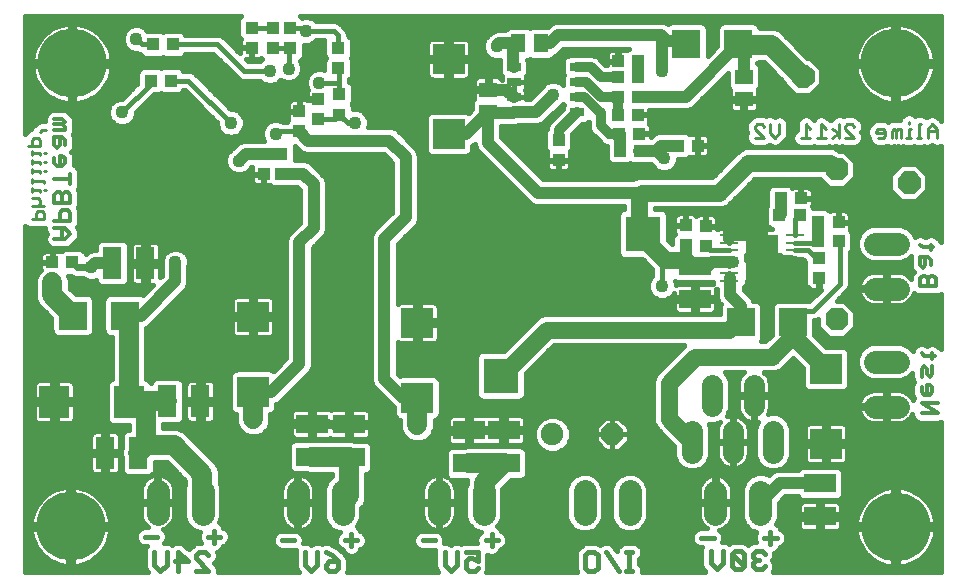
<source format=gbl>
G75*
G70*
%OFA0B0*%
%FSLAX24Y24*%
%IPPOS*%
%LPD*%
%AMOC8*
5,1,8,0,0,1.08239X$1,22.5*
%
%ADD10C,0.0110*%
%ADD11C,0.0150*%
%ADD12C,0.0130*%
%ADD13C,0.0100*%
%ADD14R,0.0433X0.0394*%
%ADD15R,0.0945X0.0945*%
%ADD16R,0.0450X0.0300*%
%ADD17R,0.0512X0.0591*%
%ADD18R,0.0394X0.0433*%
%ADD19R,0.1063X0.1004*%
%ADD20C,0.0750*%
%ADD21C,0.0152*%
%ADD22OC8,0.0760*%
%ADD23R,0.1063X0.0630*%
%ADD24R,0.0630X0.1063*%
%ADD25R,0.0591X0.0512*%
%ADD26R,0.1004X0.1063*%
%ADD27C,0.0750*%
%ADD28OC8,0.0750*%
%ADD29C,0.2300*%
%ADD30R,0.0610X0.0098*%
%ADD31R,0.1102X0.1575*%
%ADD32R,0.1181X0.1181*%
%ADD33C,0.0710*%
%ADD34C,0.0436*%
%ADD35C,0.0240*%
%ADD36C,0.0400*%
%ADD37C,0.0160*%
%ADD38C,0.0660*%
%ADD39C,0.0594*%
%ADD40C,0.0320*%
%ADD41C,0.0560*%
D10*
X024959Y016958D02*
X025260Y016958D01*
X024959Y017259D01*
X024959Y017334D01*
X025034Y017409D01*
X025185Y017409D01*
X025260Y017334D01*
X025475Y017409D02*
X025475Y017108D01*
X025625Y016958D01*
X025775Y017108D01*
X025775Y017409D01*
X026506Y016958D02*
X026806Y016958D01*
X026656Y016958D02*
X026656Y017409D01*
X026806Y017259D01*
X027022Y016958D02*
X027322Y016958D01*
X027172Y016958D02*
X027172Y017409D01*
X027322Y017259D01*
X027527Y017259D02*
X027752Y017108D01*
X027527Y016958D01*
X027752Y016958D02*
X027752Y017409D01*
X027967Y017334D02*
X028042Y017409D01*
X028192Y017409D01*
X028267Y017334D01*
X027967Y017334D02*
X027967Y017259D01*
X028267Y016958D01*
X027967Y016958D01*
X028998Y017108D02*
X029299Y017108D01*
X029299Y017033D02*
X029299Y017183D01*
X029224Y017259D01*
X029074Y017259D01*
X028998Y017183D01*
X028998Y017108D01*
X029074Y016958D02*
X029224Y016958D01*
X029299Y017033D01*
X029514Y016958D02*
X029514Y017183D01*
X029589Y017259D01*
X029664Y017183D01*
X029664Y016958D01*
X029814Y016958D02*
X029814Y017259D01*
X029739Y017259D01*
X029664Y017183D01*
X030008Y016958D02*
X030158Y016958D01*
X030083Y016958D02*
X030083Y017259D01*
X030158Y017259D01*
X030083Y017409D02*
X030083Y017484D01*
X030427Y017409D02*
X030427Y016958D01*
X030502Y016958D02*
X030352Y016958D01*
X030717Y016958D02*
X030717Y017259D01*
X030867Y017409D01*
X031017Y017259D01*
X031017Y016958D01*
X031017Y017183D02*
X030717Y017183D01*
X030502Y017409D02*
X030427Y017409D01*
D11*
X025479Y003826D02*
X025479Y003419D01*
X025682Y003622D02*
X025275Y003622D01*
X025187Y003179D02*
X024984Y003179D01*
X024882Y003078D01*
X024882Y002976D01*
X024984Y002874D01*
X024882Y002772D01*
X024882Y002671D01*
X024984Y002569D01*
X025187Y002569D01*
X025289Y002671D01*
X025085Y002874D02*
X024984Y002874D01*
X025289Y003078D02*
X025187Y003179D01*
X024589Y003078D02*
X024589Y002671D01*
X024182Y003078D01*
X024182Y002671D01*
X024284Y002569D01*
X024487Y002569D01*
X024589Y002671D01*
X024589Y003078D02*
X024487Y003179D01*
X024284Y003179D01*
X024182Y003078D01*
X023889Y003179D02*
X023889Y002772D01*
X023686Y002569D01*
X023482Y002772D01*
X023482Y003179D01*
X023583Y003622D02*
X023176Y003622D01*
X020879Y003140D02*
X020676Y003140D01*
X020778Y003140D02*
X020778Y002529D01*
X020879Y002529D02*
X020676Y002529D01*
X020413Y002529D02*
X020006Y003140D01*
X019713Y003038D02*
X019713Y002631D01*
X019611Y002529D01*
X019408Y002529D01*
X019306Y002631D01*
X019306Y003038D01*
X019408Y003140D01*
X019611Y003140D01*
X019713Y003038D01*
X016391Y003543D02*
X015984Y003543D01*
X016188Y003340D02*
X016188Y003747D01*
X015722Y003140D02*
X015315Y003140D01*
X015417Y002936D02*
X015315Y002835D01*
X015315Y002631D01*
X015417Y002529D01*
X015620Y002529D01*
X015722Y002631D01*
X015722Y002835D02*
X015518Y002936D01*
X015417Y002936D01*
X015722Y002835D02*
X015722Y003140D01*
X015022Y003140D02*
X015022Y002733D01*
X014819Y002529D01*
X014615Y002733D01*
X014615Y003140D01*
X014292Y003543D02*
X013885Y003543D01*
X011706Y003543D02*
X011299Y003543D01*
X011503Y003340D02*
X011503Y003747D01*
X010873Y003038D02*
X010669Y003140D01*
X010873Y003038D02*
X011076Y002835D01*
X010771Y002835D01*
X010669Y002733D01*
X010669Y002631D01*
X010771Y002529D01*
X010974Y002529D01*
X011076Y002631D01*
X011076Y002835D01*
X010376Y002733D02*
X010376Y003140D01*
X009969Y003140D02*
X009969Y002733D01*
X010173Y002529D01*
X010376Y002733D01*
X009607Y003543D02*
X009200Y003543D01*
X007139Y003661D02*
X006732Y003661D01*
X006936Y003458D02*
X006936Y003865D01*
X006644Y003140D02*
X006440Y003140D01*
X006338Y003038D01*
X006338Y002936D01*
X006745Y002529D01*
X006338Y002529D01*
X006046Y002835D02*
X005639Y002835D01*
X005346Y002733D02*
X005142Y002529D01*
X004939Y002733D01*
X004939Y003140D01*
X005346Y003140D02*
X005346Y002733D01*
X005740Y002529D02*
X005740Y003140D01*
X006046Y002835D01*
X006644Y003140D02*
X006745Y003038D01*
X005040Y003661D02*
X004633Y003661D01*
D12*
X001964Y013582D02*
X001610Y013582D01*
X001875Y013582D02*
X001875Y013936D01*
X001964Y013936D02*
X002140Y013759D01*
X001964Y013582D01*
X001964Y013936D02*
X001610Y013936D01*
X001610Y014190D02*
X002140Y014190D01*
X002140Y014455D01*
X002052Y014544D01*
X001875Y014544D01*
X001787Y014455D01*
X001787Y014190D01*
X001875Y014798D02*
X001875Y015063D01*
X001787Y015152D01*
X001698Y015152D01*
X001610Y015063D01*
X001610Y014798D01*
X002140Y014798D01*
X002140Y015063D01*
X002052Y015152D01*
X001964Y015152D01*
X001875Y015063D01*
X002140Y015406D02*
X002140Y015759D01*
X002140Y015582D02*
X001610Y015582D01*
X001698Y016013D02*
X001875Y016013D01*
X001964Y016102D01*
X001964Y016279D01*
X001875Y016367D01*
X001787Y016367D01*
X001787Y016013D01*
X001698Y016013D02*
X001610Y016102D01*
X001610Y016279D01*
X001698Y016621D02*
X001787Y016709D01*
X001787Y016975D01*
X001875Y016975D02*
X001610Y016975D01*
X001610Y016709D01*
X001698Y016621D01*
X001964Y016709D02*
X001964Y016886D01*
X001875Y016975D01*
X001964Y017229D02*
X001610Y017229D01*
X001610Y017406D02*
X001875Y017406D01*
X001964Y017494D01*
X001875Y017582D01*
X001610Y017582D01*
X001875Y017406D02*
X001964Y017317D01*
X001964Y017229D01*
X030468Y013400D02*
X030557Y013311D01*
X030910Y013311D01*
X030822Y013223D02*
X030822Y013400D01*
X030733Y012969D02*
X030468Y012969D01*
X030468Y012704D01*
X030557Y012615D01*
X030645Y012704D01*
X030645Y012969D01*
X030733Y012969D02*
X030822Y012881D01*
X030822Y012704D01*
X030822Y012361D02*
X030733Y012273D01*
X030733Y012008D01*
X030468Y012008D02*
X030468Y012273D01*
X030557Y012361D01*
X030645Y012361D01*
X030733Y012273D01*
X030822Y012361D02*
X030910Y012361D01*
X030999Y012273D01*
X030999Y012008D01*
X030468Y012008D01*
X030517Y009771D02*
X030605Y009683D01*
X030959Y009683D01*
X030870Y009595D02*
X030870Y009771D01*
X030870Y009341D02*
X030870Y009075D01*
X030782Y008987D01*
X030694Y009075D01*
X030694Y009252D01*
X030605Y009341D01*
X030517Y009252D01*
X030517Y008987D01*
X030694Y008733D02*
X030694Y008379D01*
X030782Y008379D02*
X030870Y008468D01*
X030870Y008644D01*
X030782Y008733D01*
X030694Y008733D01*
X030517Y008644D02*
X030517Y008468D01*
X030605Y008379D01*
X030782Y008379D01*
X030517Y008125D02*
X031047Y008125D01*
X031047Y007772D02*
X030517Y007772D01*
X030517Y008125D02*
X031047Y007772D01*
D13*
X001314Y015224D02*
X001247Y015224D01*
X001114Y015224D02*
X000847Y015224D01*
X000847Y015157D02*
X000847Y015291D01*
X000847Y015464D02*
X000847Y015598D01*
X000847Y015531D02*
X001247Y015531D01*
X001247Y015464D01*
X001114Y015224D02*
X001114Y015157D01*
X001047Y014964D02*
X000847Y014964D01*
X001047Y014964D02*
X001114Y014897D01*
X001114Y014764D01*
X001047Y014697D01*
X001047Y014504D02*
X000980Y014437D01*
X000980Y014237D01*
X000847Y014237D02*
X001247Y014237D01*
X001247Y014437D01*
X001180Y014504D01*
X001047Y014504D01*
X001247Y014697D02*
X000847Y014697D01*
X000847Y015771D02*
X000847Y015905D01*
X000847Y015838D02*
X001114Y015838D01*
X001114Y015771D01*
X001247Y015838D02*
X001314Y015838D01*
X001314Y016145D02*
X001247Y016145D01*
X001114Y016145D02*
X000847Y016145D01*
X000847Y016078D02*
X000847Y016212D01*
X000847Y016385D02*
X000847Y016518D01*
X000847Y016452D02*
X001114Y016452D01*
X001114Y016385D01*
X001247Y016452D02*
X001314Y016452D01*
X001114Y016145D02*
X001114Y016078D01*
X001114Y016692D02*
X000713Y016692D01*
X000847Y016692D02*
X000847Y016892D01*
X000914Y016959D01*
X001047Y016959D01*
X001114Y016892D01*
X001114Y016692D01*
X001114Y017152D02*
X001180Y017219D01*
X001314Y017219D01*
D14*
X001535Y012803D03*
X002205Y012803D03*
X008587Y015748D03*
X009178Y015748D03*
X009178Y016417D03*
X008587Y016417D03*
X011106Y017733D03*
X011106Y018402D03*
X011067Y019288D03*
X011067Y019957D03*
X009464Y019938D03*
X008893Y019957D03*
X008185Y019957D03*
X008185Y020627D03*
X008893Y020627D03*
X009464Y020607D03*
X018413Y016882D03*
X018413Y016213D03*
X020433Y017088D03*
X021103Y017088D03*
X021063Y018989D03*
X020394Y018989D03*
X025817Y014935D03*
X026486Y014935D03*
X027096Y012947D03*
X027096Y012277D03*
D15*
X026230Y010801D03*
X024498Y010801D03*
X024410Y020091D03*
X022678Y020091D03*
X003957Y011031D03*
X002224Y011031D03*
D16*
X016929Y017817D03*
X016929Y018317D03*
X016929Y018817D03*
X016929Y019317D03*
X019029Y019317D03*
X019029Y018817D03*
X019029Y018317D03*
X019029Y017817D03*
D17*
X017823Y020101D03*
X017075Y020101D03*
D18*
X020394Y019501D03*
X021063Y019501D03*
X021052Y018329D03*
X020382Y018329D03*
X020394Y017729D03*
X021063Y017729D03*
X022390Y016699D03*
X023059Y016699D03*
X021123Y016530D03*
X020454Y016530D03*
X022647Y014049D03*
X023317Y014010D03*
X023317Y013340D03*
X022647Y013380D03*
X025777Y014384D03*
X026446Y014384D03*
X027076Y014147D03*
X027076Y013517D03*
X027746Y013517D03*
X027746Y014147D03*
X010401Y017583D03*
X009771Y017839D03*
X010401Y018253D03*
X009771Y017170D03*
X005485Y018866D03*
X004815Y018866D03*
X004889Y020075D03*
X005559Y020075D03*
D19*
X014752Y019582D03*
X014752Y017082D03*
X008231Y010993D03*
X008231Y008493D03*
X013710Y008293D03*
X013710Y010793D03*
X027332Y009256D03*
X027332Y006756D03*
D20*
X028967Y007991D02*
X029717Y007991D01*
X029717Y009491D02*
X028967Y009491D01*
X028967Y011933D02*
X029717Y011933D01*
X029717Y013433D02*
X028967Y013433D01*
X025141Y005165D02*
X025141Y004415D01*
X023641Y004415D02*
X023641Y005165D01*
X020791Y005168D02*
X020791Y004418D01*
X019291Y004418D02*
X019291Y005168D01*
X015926Y005180D02*
X015926Y004430D01*
X014426Y004430D02*
X014426Y005180D01*
X011224Y005168D02*
X011224Y004418D01*
X009724Y004418D02*
X009724Y005168D01*
X006553Y005180D02*
X006553Y004430D01*
X005053Y004430D02*
X005053Y005180D01*
D21*
X026503Y019237D02*
X026427Y019313D01*
X026679Y019313D01*
X026856Y019136D01*
X026856Y018884D01*
X026679Y018707D01*
X026427Y018707D01*
X026250Y018884D01*
X026250Y019136D01*
X026427Y019313D01*
X026474Y019199D01*
X026632Y019199D01*
X026742Y019089D01*
X026742Y018931D01*
X026632Y018821D01*
X026474Y018821D01*
X026364Y018931D01*
X026364Y019089D01*
X026474Y019199D01*
X026522Y019085D01*
X026584Y019085D01*
X026628Y019041D01*
X026628Y018979D01*
X026584Y018935D01*
X026522Y018935D01*
X026478Y018979D01*
X026478Y019041D01*
X026522Y019085D01*
X030039Y015701D02*
X029963Y015777D01*
X030215Y015777D01*
X030392Y015600D01*
X030392Y015348D01*
X030215Y015171D01*
X029963Y015171D01*
X029786Y015348D01*
X029786Y015600D01*
X029963Y015777D01*
X030010Y015663D01*
X030168Y015663D01*
X030278Y015553D01*
X030278Y015395D01*
X030168Y015285D01*
X030010Y015285D01*
X029900Y015395D01*
X029900Y015553D01*
X030010Y015663D01*
X030058Y015549D01*
X030120Y015549D01*
X030164Y015505D01*
X030164Y015443D01*
X030120Y015399D01*
X030058Y015399D01*
X030014Y015443D01*
X030014Y015505D01*
X030058Y015549D01*
D22*
X027682Y015907D03*
X027682Y010907D03*
D23*
X022962Y011588D03*
X022962Y012691D03*
X016584Y007217D03*
X015435Y007208D03*
X015435Y006106D03*
X016584Y006114D03*
X011433Y006308D03*
X010192Y006325D03*
X010192Y007428D03*
X011433Y007410D03*
X027132Y005443D03*
X027132Y004341D03*
D24*
X006472Y008173D03*
X005370Y008173D03*
X004402Y006456D03*
X003299Y006456D03*
X003543Y012776D03*
X004645Y012776D03*
D25*
X016065Y017819D03*
X016065Y018567D03*
X024591Y018245D03*
X024591Y018993D03*
D26*
X004104Y008157D03*
X001604Y008157D03*
D27*
X018203Y007079D03*
D28*
X020203Y007079D03*
D29*
X029655Y003990D03*
X029635Y019443D03*
X002194Y019435D03*
X002151Y004006D03*
D30*
X024104Y012179D03*
X024104Y012435D03*
X024104Y012691D03*
X024104Y012947D03*
X024104Y013203D03*
X024104Y013458D03*
X024104Y013714D03*
X026309Y013714D03*
X026309Y013458D03*
X026309Y013203D03*
X026309Y012947D03*
X026309Y012691D03*
X026309Y012435D03*
X026309Y012179D03*
D31*
X025206Y012966D03*
D32*
X021230Y013754D03*
X016506Y009029D03*
D33*
X022872Y007176D02*
X022872Y006466D01*
X024222Y006466D02*
X024222Y007176D01*
X023522Y008016D02*
X023522Y008726D01*
X024922Y008726D02*
X024922Y008016D01*
X025572Y007176D02*
X025572Y006466D01*
D34*
X020521Y008596D03*
X020521Y009187D03*
X020521Y009777D03*
X021860Y012021D03*
X019655Y012140D03*
X019261Y012691D03*
X018868Y012140D03*
X018474Y012691D03*
X018986Y014384D03*
X021939Y016273D03*
X021781Y017297D03*
X022017Y017730D03*
X021860Y019187D03*
X018238Y018399D03*
X019183Y016549D03*
X015561Y015132D03*
X015561Y014580D03*
X014891Y014580D03*
X014891Y015132D03*
X014222Y015132D03*
X014222Y014580D03*
X013435Y013242D03*
X010482Y011825D03*
X006978Y014029D03*
X008317Y014462D03*
X008986Y014462D03*
X009655Y014462D03*
X009655Y015014D03*
X008986Y015014D03*
X008317Y015014D03*
X007765Y016195D03*
X008986Y017100D03*
X007490Y017454D03*
X005246Y016116D03*
X003986Y014895D03*
X003474Y014895D03*
X002962Y014895D03*
X002962Y014344D03*
X003474Y014344D03*
X003986Y014344D03*
X005639Y012809D03*
X006820Y012494D03*
X002844Y012651D03*
X001781Y009580D03*
X010836Y008872D03*
X011348Y008872D03*
X015128Y008163D03*
X024970Y012218D03*
X025521Y012218D03*
X025521Y012809D03*
X024970Y012809D03*
X024970Y013399D03*
X025521Y013399D03*
X016348Y020014D03*
X015009Y018557D03*
X014498Y018557D03*
X013080Y019147D03*
X011702Y019856D03*
X010443Y018793D03*
X009419Y019266D03*
X008789Y019187D03*
X010009Y020525D03*
X011624Y017454D03*
X013317Y016273D03*
X011466Y016155D03*
X004340Y020250D03*
X003553Y020643D03*
X003868Y017809D03*
X002962Y017297D03*
D35*
X002205Y012803D02*
X002356Y012651D01*
X002844Y012651D01*
D36*
X002969Y012776D01*
X003543Y012776D01*
X004491Y011031D02*
X005639Y012179D01*
X005639Y012809D01*
X004491Y011031D02*
X003957Y011031D01*
X008231Y008493D02*
X008843Y008493D01*
X009773Y009423D01*
X009773Y013478D01*
X010246Y013951D01*
X010246Y015407D01*
X009891Y015762D01*
X009191Y015762D01*
X009178Y015748D01*
X009178Y016417D02*
X008587Y016417D01*
X007988Y016417D01*
X007765Y016195D01*
X009771Y017170D02*
X010077Y016864D01*
X012765Y016864D01*
X013317Y016313D01*
X013317Y016273D01*
X013317Y014305D01*
X012608Y013596D01*
X012608Y008923D01*
X013238Y008293D01*
X013710Y008293D01*
X022647Y012888D02*
X022844Y012691D01*
X022962Y012691D01*
X023395Y012691D01*
X023513Y012809D01*
X024222Y012809D01*
X024143Y012297D02*
X024143Y012179D01*
X024143Y011706D01*
X024498Y011352D01*
X024498Y010801D01*
X026151Y012061D02*
X026151Y012848D01*
X025521Y012848D01*
X025876Y012691D02*
X025876Y012179D01*
X025836Y012140D01*
X024813Y012140D01*
X026545Y011943D02*
X026545Y012769D01*
X026466Y012769D01*
X027076Y013517D02*
X027076Y014147D01*
X025817Y014423D02*
X025777Y014384D01*
X025817Y014423D02*
X025817Y014935D01*
X027659Y015907D02*
X027682Y015907D01*
X025167Y013714D02*
X024183Y013714D01*
X024104Y013636D01*
X024104Y013872D01*
X024104Y013636D02*
X024104Y013596D01*
X022647Y013380D02*
X022647Y012888D01*
X021191Y015132D02*
X017726Y015132D01*
X016065Y016793D01*
X016065Y017819D01*
X015328Y017082D01*
X014752Y017082D01*
X016065Y017819D02*
X016089Y017795D01*
X016907Y017795D01*
X016929Y017817D02*
X017656Y017817D01*
X018238Y018399D01*
X016929Y018317D02*
X016679Y018567D01*
X016065Y018567D01*
X016902Y019344D02*
X016902Y019927D01*
X017075Y020101D01*
X016435Y020101D01*
X016348Y020014D01*
X016902Y019344D02*
X016929Y019317D01*
X017823Y020101D02*
X018128Y020101D01*
X018395Y020368D01*
X021829Y020368D01*
X021860Y020337D01*
X022017Y020180D01*
X022589Y020180D01*
X022678Y020091D01*
X021860Y020337D02*
X021860Y019187D01*
X021063Y018989D02*
X021063Y019501D01*
X021052Y018329D02*
X022648Y018329D01*
X024410Y020091D01*
X024655Y020091D01*
X024591Y020027D01*
X024591Y018993D01*
X022390Y016699D02*
X021831Y016699D01*
X021663Y016530D01*
X021681Y016530D01*
X021939Y016273D01*
X021663Y016530D02*
X021123Y016530D01*
X021133Y016521D01*
X021123Y016530D02*
X021112Y016519D01*
X020454Y016530D02*
X020454Y017068D01*
X020433Y017088D01*
X021057Y018324D02*
X021052Y018329D01*
X025794Y005443D02*
X025141Y004790D01*
X025794Y005443D02*
X027132Y005443D01*
D37*
X000643Y002498D02*
X000643Y014030D01*
X000683Y013991D01*
X000789Y013947D01*
X000923Y013947D01*
X001038Y013947D01*
X001189Y013947D01*
X001305Y013947D01*
X001305Y013875D01*
X001351Y013763D01*
X001355Y013759D01*
X001351Y013755D01*
X001305Y013643D01*
X001305Y013522D01*
X001351Y013410D01*
X001437Y013324D01*
X001549Y013277D01*
X001814Y013277D01*
X001936Y013277D01*
X002024Y013277D01*
X002136Y013324D01*
X002313Y013501D01*
X002399Y013586D01*
X002445Y013699D01*
X002445Y013820D01*
X002399Y013932D01*
X002356Y013975D01*
X002399Y014017D01*
X002445Y014129D01*
X002445Y014395D01*
X002445Y014516D01*
X002399Y014627D01*
X002445Y014737D01*
X002445Y015002D01*
X002445Y015124D01*
X002399Y015234D01*
X002445Y015345D01*
X002445Y015820D01*
X002399Y015932D01*
X002313Y016018D01*
X002267Y016037D01*
X002268Y016041D01*
X002268Y016218D01*
X002268Y016339D01*
X002222Y016451D01*
X002179Y016494D01*
X002222Y016537D01*
X002268Y016649D01*
X002268Y016826D01*
X002268Y016947D01*
X002223Y017058D01*
X002268Y017168D01*
X002268Y017256D01*
X002268Y017378D01*
X002257Y017406D01*
X002268Y017433D01*
X002268Y017555D01*
X002229Y017649D01*
X002222Y017667D01*
X002134Y017755D01*
X002048Y017841D01*
X001936Y017887D01*
X001549Y017887D01*
X001437Y017841D01*
X001351Y017755D01*
X001305Y017643D01*
X001305Y017522D01*
X001310Y017509D01*
X001238Y017509D01*
X001123Y017509D01*
X001016Y017465D01*
X000868Y017317D01*
X000837Y017241D01*
X000766Y017212D01*
X000749Y017205D01*
X000699Y017154D01*
X000668Y017123D01*
X000651Y017106D01*
X000643Y017098D01*
X000643Y021018D01*
X007823Y021018D01*
X007765Y020959D01*
X007728Y020871D01*
X007728Y020382D01*
X007765Y020294D01*
X007813Y020245D01*
X007800Y020224D01*
X007788Y020178D01*
X007788Y019976D01*
X008166Y019976D01*
X008166Y019939D01*
X007788Y019939D01*
X007788Y019774D01*
X007216Y020347D01*
X007098Y020395D01*
X006971Y020395D01*
X005972Y020395D01*
X005959Y020428D01*
X005891Y020495D01*
X005803Y020532D01*
X005314Y020532D01*
X005226Y020495D01*
X005224Y020493D01*
X005222Y020495D01*
X005134Y020532D01*
X004706Y020532D01*
X004600Y020638D01*
X004431Y020708D01*
X004249Y020708D01*
X004081Y020638D01*
X003952Y020509D01*
X003882Y020341D01*
X003882Y020159D01*
X003952Y019990D01*
X004081Y019861D01*
X004249Y019792D01*
X004363Y019792D01*
X004451Y019755D01*
X004476Y019755D01*
X004489Y019723D01*
X004557Y019655D01*
X004645Y019619D01*
X005134Y019619D01*
X005222Y019655D01*
X005224Y019657D01*
X005226Y019655D01*
X005314Y019619D01*
X005803Y019619D01*
X005891Y019655D01*
X005959Y019723D01*
X005972Y019755D01*
X006902Y019755D01*
X007652Y019005D01*
X007742Y018915D01*
X007859Y018867D01*
X008461Y018867D01*
X008529Y018798D01*
X008698Y018729D01*
X008880Y018729D01*
X009048Y018798D01*
X009143Y018893D01*
X009159Y018877D01*
X009328Y018807D01*
X009510Y018807D01*
X009678Y018877D01*
X009807Y019006D01*
X009877Y019174D01*
X009877Y019357D01*
X009807Y019525D01*
X009801Y019531D01*
X009817Y019537D01*
X009884Y019605D01*
X009921Y019693D01*
X009921Y020067D01*
X010101Y020067D01*
X010269Y020137D01*
X010337Y020205D01*
X010611Y020205D01*
X010610Y020202D01*
X010610Y019713D01*
X010647Y019624D01*
X010648Y019623D01*
X010647Y019621D01*
X010610Y019533D01*
X010610Y019219D01*
X010534Y019251D01*
X010351Y019251D01*
X010183Y019181D01*
X010054Y019053D01*
X009984Y018884D01*
X009984Y018702D01*
X010046Y018554D01*
X010037Y018539D01*
X010024Y018493D01*
X010024Y018271D01*
X010382Y018271D01*
X010382Y018234D01*
X010024Y018234D01*
X010024Y018227D01*
X009992Y018236D01*
X009790Y018236D01*
X009790Y017858D01*
X009753Y017858D01*
X009753Y018236D01*
X009551Y018236D01*
X009505Y018223D01*
X009464Y018200D01*
X009430Y018166D01*
X009407Y018125D01*
X009394Y018079D01*
X009394Y017858D01*
X009753Y017858D01*
X009753Y017821D01*
X009394Y017821D01*
X009394Y017599D01*
X009406Y017557D01*
X009371Y017522D01*
X009357Y017490D01*
X009242Y017490D01*
X009077Y017558D01*
X008895Y017558D01*
X008726Y017489D01*
X008597Y017360D01*
X008528Y017191D01*
X008528Y017009D01*
X008591Y016857D01*
X008076Y016857D01*
X007901Y016857D01*
X007739Y016790D01*
X007550Y016601D01*
X007506Y016583D01*
X007377Y016454D01*
X007307Y016286D01*
X007307Y016104D01*
X007377Y015935D01*
X007506Y015806D01*
X007674Y015737D01*
X007856Y015737D01*
X008025Y015806D01*
X008154Y015935D01*
X008171Y015977D01*
X008193Y015977D01*
X008191Y015969D01*
X008191Y015767D01*
X008569Y015767D01*
X008569Y015730D01*
X008191Y015730D01*
X008191Y015528D01*
X008203Y015482D01*
X008227Y015441D01*
X008260Y015407D01*
X008301Y015384D01*
X008347Y015371D01*
X008569Y015371D01*
X008569Y015729D01*
X008606Y015729D01*
X008606Y015371D01*
X008802Y015371D01*
X008825Y015348D01*
X008914Y015311D01*
X009083Y015311D01*
X009090Y015308D01*
X009265Y015308D01*
X009273Y015311D01*
X009442Y015311D01*
X009467Y015322D01*
X009709Y015322D01*
X009806Y015225D01*
X009806Y014133D01*
X009400Y013727D01*
X009333Y013566D01*
X009333Y013391D01*
X009333Y009605D01*
X008913Y009184D01*
X008899Y009198D01*
X008811Y009235D01*
X007652Y009235D01*
X007564Y009198D01*
X007497Y009131D01*
X007460Y009042D01*
X007460Y007943D01*
X007497Y007855D01*
X007564Y007787D01*
X007652Y007751D01*
X007668Y007751D01*
X007668Y007459D01*
X007755Y007250D01*
X007915Y007089D01*
X008124Y007003D01*
X008351Y007003D01*
X008561Y007089D01*
X008721Y007250D01*
X008808Y007459D01*
X008808Y007751D01*
X008811Y007751D01*
X008899Y007787D01*
X008966Y007855D01*
X009003Y007943D01*
X009003Y008083D01*
X009092Y008120D01*
X009216Y008243D01*
X010146Y009174D01*
X010213Y009335D01*
X010213Y009511D01*
X010213Y013296D01*
X010495Y013578D01*
X010619Y013701D01*
X010686Y013863D01*
X010686Y015320D01*
X010686Y015495D01*
X010619Y015656D01*
X010264Y016011D01*
X010141Y016135D01*
X009979Y016202D01*
X009634Y016202D01*
X009634Y016662D01*
X009619Y016700D01*
X009828Y016491D01*
X009990Y016424D01*
X010165Y016424D01*
X012583Y016424D01*
X012877Y016130D01*
X012877Y014487D01*
X012359Y013969D01*
X012235Y013845D01*
X012168Y013684D01*
X012168Y008835D01*
X012235Y008673D01*
X012359Y008550D01*
X012865Y008043D01*
X012939Y007969D01*
X012939Y007743D01*
X012975Y007655D01*
X013043Y007587D01*
X013131Y007551D01*
X013140Y007551D01*
X013140Y007262D01*
X013227Y007053D01*
X013387Y006893D01*
X013597Y006806D01*
X013824Y006806D01*
X014033Y006893D01*
X014193Y007053D01*
X014280Y007262D01*
X014280Y007551D01*
X014289Y007551D01*
X014378Y007587D01*
X014445Y007655D01*
X014482Y007743D01*
X014482Y008842D01*
X014445Y008931D01*
X014378Y008998D01*
X014289Y009035D01*
X013131Y009035D01*
X013122Y009031D01*
X013048Y009105D01*
X013048Y010167D01*
X013068Y010147D01*
X013109Y010123D01*
X013155Y010111D01*
X013630Y010111D01*
X013630Y010713D01*
X013790Y010713D01*
X013790Y010873D01*
X013630Y010873D01*
X013630Y011475D01*
X013155Y011475D01*
X013109Y011462D01*
X013068Y011439D01*
X013048Y011418D01*
X013048Y013414D01*
X013566Y013932D01*
X013690Y014056D01*
X013756Y014217D01*
X013756Y016139D01*
X013775Y016182D01*
X013775Y016364D01*
X013705Y016533D01*
X013699Y016539D01*
X013690Y016562D01*
X013015Y017237D01*
X012853Y017304D01*
X012678Y017304D01*
X012057Y017304D01*
X012082Y017363D01*
X012082Y017546D01*
X012012Y017714D01*
X011883Y017843D01*
X011715Y017913D01*
X011562Y017913D01*
X011562Y017977D01*
X011526Y018066D01*
X011524Y018067D01*
X011526Y018069D01*
X011562Y018158D01*
X011562Y018647D01*
X011526Y018735D01*
X011458Y018802D01*
X011426Y018816D01*
X011426Y018894D01*
X011486Y018955D01*
X011523Y019043D01*
X011523Y019533D01*
X011486Y019621D01*
X011485Y019623D01*
X011486Y019624D01*
X011523Y019713D01*
X011523Y020202D01*
X011486Y020290D01*
X011419Y020358D01*
X011392Y020369D01*
X011392Y020432D01*
X011344Y020549D01*
X011186Y020707D01*
X011096Y020797D01*
X010979Y020845D01*
X010337Y020845D01*
X010269Y020914D01*
X010101Y020983D01*
X009918Y020983D01*
X009863Y020961D01*
X009817Y021007D01*
X009791Y021018D01*
X031163Y021018D01*
X031163Y017530D01*
X031117Y017576D01*
X031034Y017659D01*
X030926Y017704D01*
X030809Y017704D01*
X030700Y017659D01*
X030685Y017643D01*
X030669Y017659D01*
X030560Y017704D01*
X030485Y017704D01*
X030368Y017704D01*
X030306Y017678D01*
X030250Y017734D01*
X030142Y017779D01*
X030024Y017779D01*
X029916Y017734D01*
X029833Y017651D01*
X029793Y017554D01*
X029681Y017554D01*
X029664Y017547D01*
X029648Y017554D01*
X029530Y017554D01*
X029485Y017535D01*
X029422Y017509D01*
X029422Y017509D01*
X029421Y017507D01*
X029406Y017493D01*
X029391Y017509D01*
X029371Y017517D01*
X029282Y017554D01*
X029132Y017554D01*
X029015Y017554D01*
X028906Y017509D01*
X028831Y017434D01*
X028748Y017351D01*
X028703Y017242D01*
X028703Y017167D01*
X028703Y017050D01*
X028748Y016941D01*
X028779Y016911D01*
X028779Y016900D01*
X028823Y016791D01*
X028906Y016708D01*
X029015Y016663D01*
X029165Y016663D01*
X029282Y016663D01*
X029369Y016699D01*
X029455Y016663D01*
X029573Y016663D01*
X029589Y016670D01*
X029606Y016663D01*
X029723Y016663D01*
X029739Y016670D01*
X029756Y016663D01*
X029873Y016663D01*
X029911Y016679D01*
X029949Y016663D01*
X030217Y016663D01*
X030255Y016679D01*
X030293Y016663D01*
X030560Y016663D01*
X030609Y016684D01*
X030659Y016663D01*
X030776Y016663D01*
X030867Y016701D01*
X030959Y016663D01*
X031076Y016663D01*
X031163Y016699D01*
X031163Y013490D01*
X031083Y013570D01*
X031081Y013571D01*
X031080Y013573D01*
X030995Y013658D01*
X030882Y013705D01*
X030761Y013705D01*
X030649Y013658D01*
X030645Y013654D01*
X030641Y013658D01*
X030529Y013705D01*
X030408Y013705D01*
X030295Y013659D01*
X030291Y013654D01*
X030238Y013782D01*
X030065Y013955D01*
X029839Y014048D01*
X028845Y014048D01*
X028619Y013955D01*
X028446Y013782D01*
X028352Y013556D01*
X028352Y013311D01*
X028446Y013085D01*
X028619Y012912D01*
X028845Y012818D01*
X029839Y012818D01*
X030065Y012912D01*
X030163Y013010D01*
X030163Y012764D01*
X030163Y012643D01*
X030210Y012531D01*
X030252Y012488D01*
X030210Y012446D01*
X030210Y012446D01*
X030210Y012446D01*
X030202Y012428D01*
X030163Y012334D01*
X030163Y012263D01*
X030140Y012295D01*
X030079Y012357D01*
X030008Y012408D01*
X029930Y012448D01*
X029847Y012475D01*
X029761Y012488D01*
X029387Y012488D01*
X029387Y011978D01*
X029297Y011978D01*
X029297Y011888D01*
X029387Y011888D01*
X029387Y011378D01*
X029761Y011378D01*
X029847Y011392D01*
X029930Y011419D01*
X030008Y011459D01*
X030079Y011510D01*
X030140Y011572D01*
X030192Y011642D01*
X030231Y011720D01*
X030254Y011790D01*
X030295Y011749D01*
X030407Y011703D01*
X030938Y011703D01*
X031059Y011703D01*
X031163Y011746D01*
X031163Y009910D01*
X031132Y009942D01*
X031130Y009942D01*
X031129Y009944D01*
X031043Y010030D01*
X030931Y010076D01*
X030810Y010076D01*
X030698Y010030D01*
X030694Y010026D01*
X030693Y010026D01*
X030694Y010026D02*
X030690Y010030D01*
X030578Y010076D01*
X030456Y010076D01*
X030344Y010030D01*
X030258Y009944D01*
X030222Y009856D01*
X030065Y010013D01*
X029839Y010106D01*
X028845Y010106D01*
X028619Y010013D01*
X028446Y009840D01*
X028352Y009614D01*
X028352Y009369D01*
X028446Y009143D01*
X028619Y008970D01*
X028845Y008876D01*
X029839Y008876D01*
X030065Y008970D01*
X030212Y009116D01*
X030212Y008926D01*
X030258Y008816D01*
X030212Y008705D01*
X030212Y008528D01*
X030212Y008407D01*
X030258Y008296D01*
X030246Y008269D01*
X030229Y008244D01*
X030224Y008218D01*
X030192Y008282D01*
X030252Y008282D01*
X030192Y008282D02*
X030140Y008353D01*
X030079Y008415D01*
X030008Y008466D01*
X029930Y008506D01*
X029847Y008533D01*
X029761Y008546D01*
X029387Y008546D01*
X029387Y008037D01*
X029297Y008037D01*
X029297Y008546D01*
X028923Y008546D01*
X028837Y008533D01*
X028754Y008506D01*
X028676Y008466D01*
X028606Y008415D01*
X028544Y008353D01*
X028492Y008282D01*
X025457Y008282D01*
X025457Y008333D02*
X024960Y008333D01*
X024960Y008409D01*
X025457Y008409D01*
X025457Y008768D01*
X025444Y008851D01*
X025418Y008931D01*
X025380Y009006D01*
X025330Y009075D01*
X026561Y009075D01*
X026561Y008916D02*
X025423Y008916D01*
X025457Y008758D02*
X026561Y008758D01*
X026561Y008706D02*
X026597Y008618D01*
X026665Y008550D01*
X026753Y008514D01*
X027911Y008514D01*
X028000Y008550D01*
X028067Y008618D01*
X028104Y008706D01*
X028104Y009805D01*
X028067Y009894D01*
X028000Y009961D01*
X027911Y009998D01*
X027326Y009998D01*
X026942Y010381D01*
X026942Y010875D01*
X026963Y010875D01*
X027062Y010916D01*
X027062Y010650D01*
X027425Y010287D01*
X027939Y010287D01*
X028302Y010650D01*
X028302Y011164D01*
X027939Y011527D01*
X027684Y011527D01*
X028076Y011919D01*
X028125Y012036D01*
X028125Y012164D01*
X028125Y013144D01*
X028146Y013165D01*
X028182Y013253D01*
X028182Y013782D01*
X028146Y013870D01*
X028120Y013896D01*
X028122Y013907D01*
X028122Y014129D01*
X027764Y014129D01*
X027764Y014166D01*
X027727Y014166D01*
X027727Y014544D01*
X027525Y014544D01*
X027479Y014532D01*
X027457Y014519D01*
X027409Y014567D01*
X027321Y014604D01*
X026883Y014604D01*
X026883Y014648D01*
X026872Y014675D01*
X026882Y014714D01*
X026882Y014916D01*
X026504Y014916D01*
X026504Y014953D01*
X026467Y014953D01*
X026467Y015312D01*
X026246Y015312D01*
X026204Y015300D01*
X026169Y015335D01*
X026081Y015372D01*
X025912Y015372D01*
X025904Y015375D01*
X025729Y015375D01*
X025721Y015372D01*
X025552Y015372D01*
X025464Y015335D01*
X025397Y015268D01*
X025360Y015179D01*
X025360Y014695D01*
X025340Y014648D01*
X025340Y014479D01*
X025337Y014471D01*
X025337Y014296D01*
X025340Y014288D01*
X025340Y014119D01*
X025377Y014031D01*
X025444Y013964D01*
X025517Y013934D01*
X025286Y013934D01*
X025286Y013046D01*
X025126Y013046D01*
X025126Y012886D01*
X025286Y012886D01*
X025286Y011999D01*
X025781Y011999D01*
X025827Y012011D01*
X025855Y012027D01*
X025859Y012019D01*
X025893Y011986D01*
X025934Y011962D01*
X025980Y011950D01*
X026308Y011950D01*
X026308Y012178D01*
X026309Y012178D01*
X026309Y011950D01*
X026637Y011950D01*
X026683Y011962D01*
X026724Y011986D01*
X026726Y011987D01*
X026735Y011970D01*
X026769Y011936D01*
X026810Y011913D01*
X026856Y011900D01*
X027078Y011900D01*
X027078Y012259D01*
X027114Y012259D01*
X027114Y011900D01*
X027153Y011900D01*
X026767Y011515D01*
X026687Y011515D01*
X026560Y011515D01*
X026557Y011513D01*
X025710Y011513D01*
X025621Y011477D01*
X025554Y011409D01*
X025517Y011321D01*
X025517Y010391D01*
X025306Y010179D01*
X025160Y010179D01*
X025174Y010193D01*
X025210Y010281D01*
X025210Y011321D01*
X025174Y011409D01*
X025106Y011477D01*
X025018Y011513D01*
X024907Y011513D01*
X024871Y011601D01*
X024583Y011889D01*
X024583Y011965D01*
X024612Y011994D01*
X024616Y012003D01*
X024631Y011999D01*
X025126Y011999D01*
X025126Y012886D01*
X024662Y012886D01*
X024662Y012896D01*
X024649Y012928D01*
X024649Y013044D01*
X024648Y013046D01*
X025126Y013046D01*
X025126Y013934D01*
X024631Y013934D01*
X024586Y013921D01*
X024545Y013898D01*
X024537Y013890D01*
X024520Y013908D01*
X024479Y013931D01*
X024433Y013944D01*
X024104Y013944D01*
X024104Y013715D01*
X024104Y013715D01*
X024104Y013944D01*
X023775Y013944D01*
X023729Y013931D01*
X023693Y013910D01*
X023693Y013991D01*
X023335Y013991D01*
X023335Y014028D01*
X023693Y014028D01*
X023693Y014250D01*
X023681Y014296D01*
X023657Y014337D01*
X023624Y014370D01*
X023583Y014394D01*
X023537Y014406D01*
X023335Y014406D01*
X023335Y014028D01*
X023298Y014028D01*
X023298Y014406D01*
X023096Y014406D01*
X023050Y014394D01*
X023009Y014370D01*
X022998Y014359D01*
X022988Y014376D01*
X022955Y014410D01*
X022914Y014433D01*
X022868Y014445D01*
X022666Y014445D01*
X022666Y014068D01*
X022629Y014068D01*
X022629Y014445D01*
X022427Y014445D01*
X022381Y014433D01*
X022340Y014410D01*
X022306Y014376D01*
X022283Y014335D01*
X022270Y014289D01*
X022270Y014067D01*
X022629Y014067D01*
X022629Y014030D01*
X022270Y014030D01*
X022270Y013809D01*
X022282Y013767D01*
X022247Y013732D01*
X022210Y013644D01*
X022210Y013475D01*
X022207Y013467D01*
X022207Y013408D01*
X022193Y013408D01*
X022060Y013540D01*
X022060Y014392D01*
X022024Y014480D01*
X021956Y014548D01*
X021868Y014584D01*
X021632Y014584D01*
X021632Y014612D01*
X023653Y014612D01*
X023860Y014612D01*
X024051Y014691D01*
X024956Y015596D01*
X027116Y015596D01*
X027425Y015287D01*
X027939Y015287D01*
X028302Y015650D01*
X028302Y016164D01*
X027939Y016527D01*
X027774Y016527D01*
X027745Y016557D01*
X027554Y016636D01*
X024637Y016636D01*
X024446Y016557D01*
X024300Y016410D01*
X023541Y015652D01*
X021087Y015652D01*
X020896Y015572D01*
X020895Y015572D01*
X017908Y015572D01*
X016505Y016975D01*
X016505Y017355D01*
X016994Y017355D01*
X017047Y017377D01*
X017743Y017377D01*
X017905Y017444D01*
X018029Y017568D01*
X018454Y017993D01*
X018497Y018011D01*
X018576Y018090D01*
X018585Y018067D01*
X018564Y018015D01*
X018564Y017918D01*
X018074Y017428D01*
X018013Y017281D01*
X018013Y017235D01*
X017993Y017215D01*
X017957Y017127D01*
X017957Y016638D01*
X017993Y016550D01*
X018042Y016501D01*
X018029Y016479D01*
X018017Y016434D01*
X018017Y016232D01*
X018395Y016232D01*
X018395Y016195D01*
X018017Y016195D01*
X018017Y015993D01*
X018029Y015947D01*
X018053Y015906D01*
X018086Y015872D01*
X018127Y015849D01*
X018173Y015836D01*
X018395Y015836D01*
X018395Y016194D01*
X018432Y016194D01*
X018432Y015836D01*
X018654Y015836D01*
X018699Y015849D01*
X018740Y015872D01*
X018774Y015906D01*
X018798Y015947D01*
X018810Y015993D01*
X018810Y016195D01*
X018432Y016195D01*
X018432Y016232D01*
X018810Y016232D01*
X018810Y016434D01*
X018798Y016479D01*
X018785Y016501D01*
X018833Y016550D01*
X018870Y016638D01*
X018870Y017093D01*
X019204Y017427D01*
X019301Y017427D01*
X019390Y017464D01*
X019413Y017487D01*
X019413Y017455D01*
X019413Y017296D01*
X019474Y017149D01*
X019749Y016874D01*
X019862Y016761D01*
X020009Y016700D01*
X020014Y016700D01*
X020014Y016443D01*
X020017Y016435D01*
X020017Y016266D01*
X020054Y016178D01*
X020121Y016110D01*
X020209Y016074D01*
X020699Y016074D01*
X020787Y016110D01*
X020789Y016112D01*
X020790Y016110D01*
X020879Y016074D01*
X021368Y016074D01*
X021408Y016090D01*
X021499Y016090D01*
X021532Y016058D01*
X021550Y016014D01*
X021679Y015885D01*
X021847Y015815D01*
X022030Y015815D01*
X022198Y015885D01*
X022327Y016014D01*
X022397Y016182D01*
X022397Y016242D01*
X022635Y016242D01*
X022723Y016279D01*
X022771Y016327D01*
X022793Y016315D01*
X022839Y016302D01*
X023041Y016302D01*
X023041Y016680D01*
X023078Y016680D01*
X023078Y016302D01*
X023280Y016302D01*
X023326Y016315D01*
X023367Y016338D01*
X023400Y016372D01*
X023424Y016413D01*
X023436Y016459D01*
X023436Y016680D01*
X023078Y016680D01*
X023078Y016717D01*
X023436Y016717D01*
X023436Y016939D01*
X023424Y016985D01*
X023400Y017026D01*
X023367Y017060D01*
X023326Y017083D01*
X023280Y017095D01*
X023078Y017095D01*
X023078Y016718D01*
X023041Y016718D01*
X023041Y017095D01*
X022839Y017095D01*
X022793Y017083D01*
X022771Y017071D01*
X022723Y017119D01*
X022635Y017155D01*
X022146Y017155D01*
X022106Y017139D01*
X021919Y017139D01*
X021744Y017139D01*
X021582Y017072D01*
X021499Y016989D01*
X021499Y017070D01*
X021121Y017070D01*
X021121Y017107D01*
X021499Y017107D01*
X021499Y017309D01*
X021487Y017355D01*
X021463Y017396D01*
X021430Y017429D01*
X021422Y017433D01*
X021428Y017443D01*
X021440Y017489D01*
X021440Y017710D01*
X021082Y017710D01*
X021082Y017747D01*
X021440Y017747D01*
X021440Y017889D01*
X022561Y017889D01*
X022736Y017889D01*
X022898Y017956D01*
X024056Y019115D01*
X024056Y018690D01*
X024093Y018602D01*
X024127Y018567D01*
X024116Y018525D01*
X024116Y018293D01*
X024543Y018293D01*
X024543Y018197D01*
X024639Y018197D01*
X024639Y017810D01*
X024910Y017810D01*
X024956Y017822D01*
X024997Y017845D01*
X025031Y017879D01*
X025054Y017920D01*
X025067Y017966D01*
X025067Y018197D01*
X024640Y018197D01*
X024640Y018293D01*
X025067Y018293D01*
X025067Y018525D01*
X025055Y018567D01*
X025090Y018602D01*
X025127Y018690D01*
X025127Y019297D01*
X025090Y019385D01*
X025039Y019436D01*
X025086Y019483D01*
X025246Y019483D01*
X025933Y018796D01*
X025933Y018753D01*
X026296Y018390D01*
X026810Y018390D01*
X027173Y018753D01*
X027173Y019267D01*
X026810Y019630D01*
X026711Y019630D01*
X025965Y020376D01*
X025805Y020536D01*
X025595Y020623D01*
X025118Y020623D01*
X025086Y020699D01*
X025019Y020767D01*
X024930Y020804D01*
X023890Y020804D01*
X023802Y020767D01*
X023734Y020699D01*
X023698Y020611D01*
X023698Y020001D01*
X023390Y019693D01*
X023390Y020611D01*
X023354Y020699D01*
X023286Y020767D01*
X023198Y020804D01*
X022158Y020804D01*
X022070Y020767D01*
X022054Y020751D01*
X021917Y020808D01*
X021742Y020808D01*
X018308Y020808D01*
X018146Y020741D01*
X018041Y020636D01*
X017520Y020636D01*
X017449Y020607D01*
X017379Y020636D01*
X016772Y020636D01*
X016683Y020600D01*
X016625Y020541D01*
X016523Y020541D01*
X016348Y020541D01*
X016186Y020474D01*
X016132Y020420D01*
X016089Y020402D01*
X015960Y020273D01*
X015890Y020105D01*
X015890Y019922D01*
X015960Y019754D01*
X016089Y019625D01*
X016257Y019555D01*
X016439Y019555D01*
X016462Y019565D01*
X016462Y019257D01*
X016464Y019251D01*
X016464Y019119D01*
X016500Y019031D01*
X016527Y019004D01*
X016524Y018991D01*
X016524Y018900D01*
X016504Y018934D01*
X016471Y018967D01*
X016430Y018991D01*
X016384Y019003D01*
X016113Y019003D01*
X016113Y018615D01*
X016017Y018615D01*
X016017Y018519D01*
X015590Y018519D01*
X015590Y018287D01*
X015601Y018246D01*
X015566Y018211D01*
X015530Y018123D01*
X015530Y017906D01*
X015414Y017790D01*
X015331Y017824D01*
X014173Y017824D01*
X014084Y017788D01*
X014017Y017720D01*
X013980Y017632D01*
X013980Y016533D01*
X014017Y016444D01*
X014084Y016377D01*
X014173Y016340D01*
X015331Y016340D01*
X015419Y016377D01*
X015487Y016444D01*
X015523Y016533D01*
X015523Y016687D01*
X015578Y016709D01*
X015625Y016757D01*
X015625Y016705D01*
X015692Y016543D01*
X017353Y014882D01*
X017477Y014759D01*
X017638Y014692D01*
X020592Y014692D01*
X020592Y014584D01*
X020592Y014584D01*
X020503Y014548D01*
X020436Y014480D01*
X020399Y014392D01*
X020399Y013115D01*
X020436Y013027D01*
X020503Y012960D01*
X020592Y012923D01*
X021207Y012923D01*
X021498Y012632D01*
X021540Y012590D01*
X021540Y012349D01*
X021471Y012281D01*
X021402Y012113D01*
X021402Y011930D01*
X021471Y011762D01*
X021600Y011633D01*
X021769Y011563D01*
X021951Y011563D01*
X022119Y011633D01*
X022248Y011762D01*
X022251Y011768D01*
X022251Y011666D01*
X022884Y011666D01*
X022884Y011511D01*
X022251Y011511D01*
X022251Y011250D01*
X022263Y011204D01*
X022287Y011163D01*
X022320Y011129D01*
X022361Y011106D01*
X022407Y011093D01*
X022885Y011093D01*
X022885Y011511D01*
X023040Y011511D01*
X023040Y011666D01*
X023674Y011666D01*
X023674Y011922D01*
X023703Y011909D01*
X023703Y011619D01*
X023770Y011457D01*
X023821Y011407D01*
X023785Y011321D01*
X023785Y011085D01*
X017937Y011085D01*
X017746Y011006D01*
X017600Y010859D01*
X016601Y009860D01*
X015867Y009860D01*
X015779Y009823D01*
X015711Y009756D01*
X015675Y009668D01*
X015675Y008391D01*
X015711Y008303D01*
X015779Y008235D01*
X015867Y008199D01*
X017144Y008199D01*
X017232Y008235D01*
X017299Y008303D01*
X017336Y008391D01*
X017336Y009124D01*
X018256Y010045D01*
X022612Y010045D01*
X022521Y009954D01*
X021655Y009088D01*
X021576Y008896D01*
X021576Y008690D01*
X021576Y007494D01*
X021655Y007302D01*
X021801Y007156D01*
X022277Y006681D01*
X022277Y006348D01*
X022368Y006129D01*
X022535Y005962D01*
X022754Y005871D01*
X022990Y005871D01*
X023209Y005962D01*
X023376Y006129D01*
X023467Y006348D01*
X023467Y007294D01*
X023414Y007421D01*
X023640Y007421D01*
X023781Y007479D01*
X023764Y007456D01*
X023726Y007381D01*
X023700Y007301D01*
X023687Y007218D01*
X023687Y006859D01*
X024184Y006859D01*
X024184Y007711D01*
X024180Y007711D01*
X024097Y007698D01*
X024020Y007673D01*
X024026Y007679D01*
X024117Y007898D01*
X024117Y008844D01*
X024026Y009063D01*
X023950Y009139D01*
X024581Y009139D01*
X024574Y009134D01*
X024514Y009075D01*
X024014Y009075D01*
X024087Y008916D02*
X024421Y008916D01*
X024426Y008931D02*
X024400Y008851D01*
X024387Y008768D01*
X024387Y008409D01*
X024884Y008409D01*
X024884Y008333D01*
X024960Y008333D01*
X024960Y007481D01*
X024964Y007481D01*
X025047Y007494D01*
X025062Y007499D01*
X024977Y007294D01*
X024977Y006348D01*
X025068Y006129D01*
X025235Y005962D01*
X025454Y005871D01*
X025677Y005871D01*
X025545Y005816D01*
X025436Y005708D01*
X025263Y005780D01*
X025018Y005780D01*
X024792Y005686D01*
X024619Y005513D01*
X024526Y005287D01*
X024526Y004293D01*
X024619Y004067D01*
X024792Y003894D01*
X025011Y003803D01*
X025008Y003801D01*
X024960Y003685D01*
X024960Y003559D01*
X024987Y003494D01*
X024921Y003494D01*
X024805Y003446D01*
X024735Y003377D01*
X024666Y003446D01*
X024617Y003467D01*
X024550Y003494D01*
X024346Y003494D01*
X024221Y003494D01*
X024105Y003446D01*
X024086Y003428D01*
X024068Y003446D01*
X023952Y003494D01*
X023871Y003494D01*
X023898Y003559D01*
X023898Y003685D01*
X023850Y003801D01*
X023776Y003875D01*
X023854Y003901D01*
X023931Y003940D01*
X024002Y003992D01*
X024064Y004053D01*
X024115Y004124D01*
X024155Y004202D01*
X024182Y004285D01*
X024196Y004371D01*
X024196Y004745D01*
X023686Y004745D01*
X023686Y004835D01*
X024196Y004835D01*
X024196Y005209D01*
X024182Y005295D01*
X024155Y005378D01*
X024115Y005456D01*
X024064Y005526D01*
X024002Y005588D01*
X023931Y005640D01*
X023854Y005679D01*
X023771Y005706D01*
X023686Y005720D01*
X023686Y004835D01*
X023595Y004835D01*
X023595Y004745D01*
X023086Y004745D01*
X023086Y004371D01*
X023099Y004285D01*
X023126Y004202D01*
X023166Y004124D01*
X023217Y004053D01*
X023279Y003992D01*
X023350Y003940D01*
X023356Y003937D01*
X023114Y003937D01*
X022998Y003889D01*
X022909Y003801D01*
X022861Y003685D01*
X022861Y003559D01*
X022909Y003444D01*
X022998Y003355D01*
X023114Y003307D01*
X023194Y003307D01*
X023167Y003242D01*
X023167Y002710D01*
X023215Y002594D01*
X023304Y002505D01*
X023312Y002498D01*
X021194Y002498D01*
X021194Y002592D01*
X021146Y002708D01*
X021093Y002762D01*
X021093Y002908D01*
X021146Y002962D01*
X021194Y003077D01*
X021194Y003203D01*
X021146Y003318D01*
X021058Y003407D01*
X020942Y003455D01*
X020613Y003455D01*
X020497Y003407D01*
X020409Y003318D01*
X020361Y003203D01*
X020361Y003175D01*
X020233Y003367D01*
X020129Y003437D01*
X020006Y003461D01*
X019883Y003437D01*
X019809Y003388D01*
X019791Y003405D01*
X019790Y003407D01*
X019790Y003407D01*
X019743Y003426D01*
X019674Y003455D01*
X019549Y003455D01*
X019470Y003455D01*
X019345Y003455D01*
X019229Y003407D01*
X019039Y003217D01*
X018991Y003101D01*
X018991Y002976D01*
X018991Y002569D01*
X018991Y002568D01*
X019019Y002502D01*
X019020Y002498D01*
X016007Y002498D01*
X016037Y002569D01*
X016037Y002694D01*
X016022Y002730D01*
X016032Y002750D01*
X016032Y002761D01*
X016037Y002772D01*
X016037Y002823D01*
X016040Y002875D01*
X016037Y002886D01*
X016037Y003061D01*
X016125Y003025D01*
X016250Y003025D01*
X016366Y003073D01*
X016455Y003161D01*
X016488Y003243D01*
X016570Y003276D01*
X016658Y003365D01*
X016706Y003481D01*
X016706Y003606D01*
X016658Y003722D01*
X016570Y003810D01*
X016488Y003844D01*
X016455Y003925D01*
X016373Y004007D01*
X016447Y004081D01*
X016541Y004308D01*
X016541Y005265D01*
X016835Y005559D01*
X017163Y005559D01*
X017252Y005596D01*
X017319Y005663D01*
X017356Y005752D01*
X017356Y006477D01*
X017319Y006565D01*
X017252Y006633D01*
X017163Y006669D01*
X016734Y006669D01*
X016698Y006684D01*
X016471Y006684D01*
X016450Y006676D01*
X015321Y006676D01*
X015285Y006661D01*
X014855Y006661D01*
X014767Y006624D01*
X014700Y006557D01*
X014663Y006468D01*
X014663Y005743D01*
X014695Y005665D01*
X014639Y005694D01*
X014556Y005721D01*
X014471Y005735D01*
X014471Y004850D01*
X014981Y004850D01*
X014981Y005224D01*
X014967Y005310D01*
X014940Y005393D01*
X014900Y005471D01*
X014849Y005541D01*
X014828Y005562D01*
X014855Y005551D01*
X015285Y005551D01*
X015321Y005536D01*
X015356Y005536D01*
X015356Y005411D01*
X015311Y005302D01*
X015311Y004308D01*
X015404Y004081D01*
X015577Y003909D01*
X015803Y003815D01*
X015817Y003815D01*
X015806Y003810D01*
X015717Y003722D01*
X015669Y003606D01*
X015669Y003481D01*
X015680Y003455D01*
X015659Y003455D01*
X015252Y003455D01*
X015168Y003420D01*
X015085Y003455D01*
X014959Y003455D01*
X014844Y003407D01*
X014819Y003382D01*
X014794Y003407D01*
X014678Y003455D01*
X014596Y003455D01*
X014607Y003481D01*
X014607Y003606D01*
X014559Y003722D01*
X014470Y003810D01*
X014354Y003858D01*
X013822Y003858D01*
X013706Y003810D01*
X013618Y003722D01*
X013570Y003606D01*
X013570Y003481D01*
X013618Y003365D01*
X013706Y003276D01*
X013822Y003228D01*
X014311Y003228D01*
X014300Y003203D01*
X014300Y002670D01*
X014348Y002555D01*
X014405Y002498D01*
X011362Y002498D01*
X011391Y002569D01*
X011391Y002694D01*
X011391Y002897D01*
X011343Y003013D01*
X011255Y003102D01*
X011103Y003253D01*
X011070Y003292D01*
X011059Y003297D01*
X011051Y003305D01*
X011004Y003325D01*
X010754Y003450D01*
X010629Y003459D01*
X010519Y003422D01*
X010439Y003455D01*
X010314Y003455D01*
X010198Y003407D01*
X010173Y003382D01*
X010148Y003407D01*
X010032Y003455D01*
X009911Y003455D01*
X009922Y003481D01*
X009922Y003606D01*
X009874Y003722D01*
X009785Y003810D01*
X009669Y003858D01*
X009137Y003858D01*
X009021Y003810D01*
X008933Y003722D01*
X008885Y003606D01*
X008885Y003481D01*
X008933Y003365D01*
X009021Y003276D01*
X009137Y003228D01*
X009665Y003228D01*
X009654Y003203D01*
X009654Y002670D01*
X009702Y002555D01*
X009759Y002498D01*
X007060Y002498D01*
X007060Y002592D01*
X007012Y002708D01*
X006936Y002784D01*
X007012Y002860D01*
X007060Y002975D01*
X007060Y003101D01*
X007036Y003159D01*
X007114Y003191D01*
X007203Y003280D01*
X007236Y003361D01*
X007318Y003394D01*
X007406Y003483D01*
X007454Y003599D01*
X007454Y003724D01*
X007406Y003840D01*
X007318Y003929D01*
X007236Y003962D01*
X007203Y004043D01*
X007114Y004132D01*
X007098Y004139D01*
X007168Y004308D01*
X007168Y005302D01*
X007115Y005431D01*
X007115Y005875D01*
X007028Y006084D01*
X006868Y006245D01*
X005920Y007193D01*
X005710Y007280D01*
X005483Y007280D01*
X005225Y007280D01*
X005225Y007402D01*
X005733Y007402D01*
X005821Y007438D01*
X005888Y007506D01*
X005925Y007594D01*
X005925Y008024D01*
X005940Y008060D01*
X005940Y008287D01*
X005925Y008323D01*
X005925Y008753D01*
X005888Y008841D01*
X005821Y008908D01*
X005733Y008945D01*
X005007Y008945D01*
X004919Y008908D01*
X004852Y008841D01*
X004827Y008782D01*
X004810Y008824D01*
X004742Y008892D01*
X004674Y008920D01*
X004674Y010630D01*
X004741Y010658D01*
X004864Y010782D01*
X006012Y011930D01*
X006079Y012091D01*
X006079Y012266D01*
X006079Y012674D01*
X006097Y012718D01*
X006097Y012900D01*
X006028Y013068D01*
X005899Y013197D01*
X009333Y013197D01*
X009333Y013039D02*
X006040Y013039D01*
X006097Y012880D02*
X009333Y012880D01*
X009333Y012721D02*
X006097Y012721D01*
X006079Y012563D02*
X009333Y012563D01*
X009333Y012404D02*
X006079Y012404D01*
X006079Y012246D02*
X009333Y012246D01*
X009333Y012087D02*
X006078Y012087D01*
X006011Y011929D02*
X009333Y011929D01*
X009333Y011770D02*
X005853Y011770D01*
X005694Y011612D02*
X007562Y011612D01*
X007556Y011605D02*
X007532Y011564D01*
X007520Y011518D01*
X007520Y011073D01*
X008151Y011073D01*
X008151Y010913D01*
X007520Y010913D01*
X007520Y010467D01*
X007532Y010421D01*
X007556Y010380D01*
X007589Y010347D01*
X007631Y010323D01*
X007676Y010311D01*
X008152Y010311D01*
X008152Y010913D01*
X008311Y010913D01*
X008311Y010311D01*
X008787Y010311D01*
X008832Y010323D01*
X008874Y010347D01*
X008907Y010380D01*
X008931Y010421D01*
X008943Y010467D01*
X008943Y010913D01*
X008312Y010913D01*
X008312Y011073D01*
X008943Y011073D01*
X008943Y011518D01*
X008931Y011564D01*
X008907Y011605D01*
X008874Y011639D01*
X008832Y011662D01*
X008787Y011675D01*
X008311Y011675D01*
X008311Y011073D01*
X008152Y011073D01*
X008152Y011675D01*
X007676Y011675D01*
X007631Y011662D01*
X007589Y011639D01*
X007556Y011605D01*
X007520Y011453D02*
X005536Y011453D01*
X005377Y011295D02*
X007520Y011295D01*
X007520Y011136D02*
X005219Y011136D01*
X005060Y010978D02*
X008151Y010978D01*
X008152Y011136D02*
X008311Y011136D01*
X008312Y010978D02*
X009333Y010978D01*
X009333Y011136D02*
X008943Y011136D01*
X008943Y011295D02*
X009333Y011295D01*
X009333Y011453D02*
X008943Y011453D01*
X008900Y011612D02*
X009333Y011612D01*
X009333Y010819D02*
X008943Y010819D01*
X008943Y010660D02*
X009333Y010660D01*
X009333Y010502D02*
X008943Y010502D01*
X008868Y010343D02*
X009333Y010343D01*
X009333Y010185D02*
X004674Y010185D01*
X004674Y010343D02*
X007595Y010343D01*
X007520Y010502D02*
X004674Y010502D01*
X004743Y010660D02*
X007520Y010660D01*
X007520Y010819D02*
X004902Y010819D01*
X004674Y010026D02*
X009333Y010026D01*
X009333Y009868D02*
X004674Y009868D01*
X004674Y009709D02*
X009333Y009709D01*
X009279Y009551D02*
X004674Y009551D01*
X004674Y009392D02*
X009120Y009392D01*
X008962Y009234D02*
X008813Y009234D01*
X009572Y008599D02*
X012309Y008599D01*
X012359Y008550D02*
X012359Y008550D01*
X012467Y008441D02*
X009413Y008441D01*
X009255Y008282D02*
X012626Y008282D01*
X012784Y008124D02*
X009096Y008124D01*
X009003Y007965D02*
X012939Y007965D01*
X012865Y008043D02*
X012865Y008043D01*
X012939Y007807D02*
X012125Y007807D01*
X012132Y007795D02*
X012109Y007836D01*
X012075Y007869D01*
X012034Y007893D01*
X011988Y007905D01*
X011511Y007905D01*
X011511Y007488D01*
X012145Y007488D01*
X012145Y007749D01*
X012132Y007795D01*
X012145Y007648D02*
X012982Y007648D01*
X013140Y007490D02*
X012145Y007490D01*
X012145Y007333D02*
X011511Y007333D01*
X011511Y007488D01*
X011356Y007488D01*
X011356Y007905D01*
X010878Y007905D01*
X010832Y007893D01*
X010828Y007890D01*
X010793Y007910D01*
X010747Y007923D01*
X010270Y007923D01*
X010270Y007505D01*
X010722Y007505D01*
X010722Y007488D01*
X011355Y007488D01*
X011355Y007333D01*
X010904Y007333D01*
X010904Y007350D01*
X010270Y007350D01*
X010270Y007505D01*
X010115Y007505D01*
X010115Y007923D01*
X009637Y007923D01*
X009591Y007910D01*
X009550Y007887D01*
X009517Y007853D01*
X009493Y007812D01*
X009481Y007766D01*
X009481Y007505D01*
X010114Y007505D01*
X010114Y007350D01*
X009481Y007350D01*
X009481Y007089D01*
X009493Y007043D01*
X009517Y007002D01*
X009550Y006969D01*
X009591Y006945D01*
X009637Y006933D01*
X010115Y006933D01*
X010115Y007350D01*
X010270Y007350D01*
X010270Y006933D01*
X010747Y006933D01*
X010793Y006945D01*
X010798Y006948D01*
X010832Y006928D01*
X010878Y006915D01*
X011356Y006915D01*
X011356Y007333D01*
X011511Y007333D01*
X011511Y006915D01*
X011988Y006915D01*
X012034Y006928D01*
X012075Y006951D01*
X012109Y006985D01*
X012132Y007026D01*
X012145Y007072D01*
X012145Y007333D01*
X012145Y007331D02*
X013140Y007331D01*
X013177Y007172D02*
X012145Y007172D01*
X012125Y007014D02*
X013266Y007014D01*
X013477Y006855D02*
X012031Y006855D01*
X012012Y006863D02*
X011607Y006863D01*
X011529Y006895D01*
X011302Y006895D01*
X010079Y006895D01*
X010042Y006880D01*
X009613Y006880D01*
X009525Y006844D01*
X009457Y006776D01*
X009421Y006688D01*
X009421Y005963D01*
X009457Y005874D01*
X009525Y005807D01*
X009613Y005770D01*
X010042Y005770D01*
X010079Y005755D01*
X010848Y005755D01*
X010854Y005753D01*
X010863Y005753D01*
X010863Y005677D01*
X010702Y005516D01*
X010609Y005290D01*
X010609Y004296D01*
X010702Y004070D01*
X010875Y003897D01*
X011101Y003803D01*
X011113Y003803D01*
X011032Y003722D01*
X010984Y003606D01*
X010984Y003481D01*
X011032Y003365D01*
X011121Y003276D01*
X011202Y003243D01*
X011236Y003161D01*
X011324Y003073D01*
X011440Y003025D01*
X011565Y003025D01*
X011681Y003073D01*
X011770Y003161D01*
X011803Y003243D01*
X011885Y003276D01*
X011973Y003365D01*
X012021Y003481D01*
X012021Y003606D01*
X011973Y003722D01*
X011885Y003810D01*
X011803Y003844D01*
X011770Y003925D01*
X011685Y004010D01*
X011745Y004070D01*
X011839Y004296D01*
X011839Y004602D01*
X011916Y004680D01*
X012003Y004889D01*
X012003Y005116D01*
X012003Y005753D01*
X012012Y005753D01*
X012101Y005790D01*
X012168Y005857D01*
X012205Y005945D01*
X012205Y006671D01*
X012168Y006759D01*
X012101Y006826D01*
X012012Y006863D01*
X012194Y006697D02*
X017715Y006697D01*
X017682Y006731D02*
X017855Y006558D01*
X018081Y006464D01*
X018325Y006464D01*
X018551Y006558D01*
X018724Y006731D01*
X018818Y006957D01*
X018818Y007201D01*
X018724Y007427D01*
X018551Y007600D01*
X018325Y007694D01*
X018081Y007694D01*
X017855Y007600D01*
X017682Y007427D01*
X017588Y007201D01*
X017588Y006957D01*
X017682Y006731D01*
X017630Y006855D02*
X017290Y006855D01*
X017296Y006878D02*
X017283Y006832D01*
X017260Y006791D01*
X017226Y006758D01*
X017185Y006734D01*
X017139Y006722D01*
X016662Y006722D01*
X016662Y007139D01*
X016662Y007294D01*
X017296Y007294D01*
X017296Y007555D01*
X017283Y007601D01*
X017260Y007642D01*
X017226Y007676D01*
X017185Y007699D01*
X017139Y007712D01*
X016662Y007712D01*
X016662Y007294D01*
X016507Y007294D01*
X016507Y007712D01*
X016029Y007712D01*
X015993Y007702D01*
X015990Y007703D01*
X015512Y007703D01*
X015512Y007286D01*
X015357Y007286D01*
X015357Y007703D01*
X014879Y007703D01*
X014834Y007691D01*
X014793Y007667D01*
X014759Y007634D01*
X014735Y007592D01*
X014723Y007547D01*
X014723Y007286D01*
X015357Y007286D01*
X015357Y007130D01*
X015512Y007130D01*
X015512Y006713D01*
X015990Y006713D01*
X016026Y006723D01*
X016029Y006722D01*
X016507Y006722D01*
X016507Y007139D01*
X016662Y007139D01*
X017296Y007139D01*
X017296Y006878D01*
X017296Y007014D02*
X017588Y007014D01*
X017588Y007172D02*
X016662Y007172D01*
X016506Y007172D02*
X015512Y007172D01*
X015512Y007130D02*
X015512Y007286D01*
X016146Y007286D01*
X016146Y007294D01*
X016506Y007294D01*
X016506Y007139D01*
X015873Y007139D01*
X015873Y007130D01*
X015512Y007130D01*
X015512Y007014D02*
X015357Y007014D01*
X015357Y007130D02*
X015357Y006713D01*
X014879Y006713D01*
X014834Y006725D01*
X014793Y006749D01*
X014759Y006783D01*
X014735Y006824D01*
X014723Y006869D01*
X014723Y007130D01*
X015357Y007130D01*
X015357Y007172D02*
X014243Y007172D01*
X014280Y007331D02*
X014723Y007331D01*
X014723Y007490D02*
X014280Y007490D01*
X014439Y007648D02*
X014774Y007648D01*
X014482Y007807D02*
X021576Y007807D01*
X021576Y007965D02*
X014482Y007965D01*
X014482Y008124D02*
X021576Y008124D01*
X021576Y008282D02*
X017279Y008282D01*
X017336Y008441D02*
X021576Y008441D01*
X021576Y008599D02*
X017336Y008599D01*
X017336Y008758D02*
X021576Y008758D01*
X021584Y008916D02*
X017336Y008916D01*
X017336Y009075D02*
X021650Y009075D01*
X021801Y009234D02*
X017445Y009234D01*
X017604Y009392D02*
X021960Y009392D01*
X022118Y009551D02*
X017762Y009551D01*
X017921Y009709D02*
X022277Y009709D01*
X022435Y009868D02*
X018079Y009868D01*
X018238Y010026D02*
X022594Y010026D01*
X022313Y011136D02*
X014422Y011136D01*
X014422Y010978D02*
X017718Y010978D01*
X017600Y010859D02*
X017600Y010859D01*
X017560Y010819D02*
X013790Y010819D01*
X013790Y010873D02*
X014422Y010873D01*
X014422Y011318D01*
X014409Y011364D01*
X014386Y011405D01*
X014352Y011439D01*
X014311Y011462D01*
X014265Y011475D01*
X013790Y011475D01*
X013790Y010873D01*
X013790Y010978D02*
X013630Y010978D01*
X013630Y011136D02*
X013790Y011136D01*
X013790Y011295D02*
X013630Y011295D01*
X013630Y011453D02*
X013790Y011453D01*
X014327Y011453D02*
X022251Y011453D01*
X022251Y011295D02*
X014422Y011295D01*
X014422Y010713D02*
X013790Y010713D01*
X013790Y010111D01*
X014265Y010111D01*
X014311Y010123D01*
X014352Y010147D01*
X014386Y010180D01*
X014409Y010221D01*
X014422Y010267D01*
X014422Y010713D01*
X014422Y010660D02*
X017401Y010660D01*
X017243Y010502D02*
X014422Y010502D01*
X014422Y010343D02*
X017084Y010343D01*
X016926Y010185D02*
X014388Y010185D01*
X013790Y010185D02*
X013630Y010185D01*
X013630Y010343D02*
X013790Y010343D01*
X013790Y010502D02*
X013630Y010502D01*
X013630Y010660D02*
X013790Y010660D01*
X013048Y010026D02*
X016767Y010026D01*
X016609Y009868D02*
X013048Y009868D01*
X013048Y009709D02*
X015692Y009709D01*
X015675Y009551D02*
X013048Y009551D01*
X013048Y009392D02*
X015675Y009392D01*
X015675Y009234D02*
X013048Y009234D01*
X013078Y009075D02*
X015675Y009075D01*
X015675Y008916D02*
X014451Y008916D01*
X014482Y008758D02*
X015675Y008758D01*
X015675Y008599D02*
X014482Y008599D01*
X014482Y008441D02*
X015675Y008441D01*
X015732Y008282D02*
X014482Y008282D01*
X015357Y007648D02*
X015512Y007648D01*
X015512Y007490D02*
X015357Y007490D01*
X015357Y007331D02*
X015512Y007331D01*
X015512Y006855D02*
X015357Y006855D01*
X014727Y006855D02*
X013943Y006855D01*
X014155Y007014D02*
X014723Y007014D01*
X014692Y006538D02*
X012205Y006538D01*
X012205Y006380D02*
X014663Y006380D01*
X014663Y006221D02*
X012205Y006221D01*
X012205Y006063D02*
X014663Y006063D01*
X014663Y005904D02*
X012187Y005904D01*
X012003Y005746D02*
X014663Y005746D01*
X014471Y005587D02*
X014381Y005587D01*
X014381Y005735D02*
X014296Y005721D01*
X014213Y005694D01*
X014135Y005655D01*
X014064Y005603D01*
X014002Y005541D01*
X013951Y005471D01*
X013911Y005393D01*
X013884Y005310D01*
X013871Y005224D01*
X013871Y004850D01*
X014380Y004850D01*
X014380Y004760D01*
X013871Y004760D01*
X013871Y004386D01*
X013884Y004300D01*
X013911Y004217D01*
X013951Y004139D01*
X014002Y004068D01*
X014064Y004007D01*
X014135Y003955D01*
X014213Y003916D01*
X014296Y003889D01*
X014381Y003875D01*
X014381Y004760D01*
X014471Y004760D01*
X014471Y004850D01*
X014381Y004850D01*
X014381Y005735D01*
X014048Y005587D02*
X012003Y005587D01*
X012003Y005429D02*
X013929Y005429D01*
X013878Y005270D02*
X012003Y005270D01*
X012003Y005111D02*
X013871Y005111D01*
X013871Y004953D02*
X012003Y004953D01*
X011964Y004794D02*
X014380Y004794D01*
X014471Y004794D02*
X015311Y004794D01*
X015311Y004636D02*
X014981Y004636D01*
X014981Y004760D02*
X014471Y004760D01*
X014471Y003875D01*
X014556Y003889D01*
X014639Y003916D01*
X014716Y003955D01*
X014787Y004007D01*
X014849Y004068D01*
X014900Y004139D01*
X014940Y004217D01*
X014967Y004300D01*
X014981Y004386D01*
X014981Y004760D01*
X014981Y004953D02*
X015311Y004953D01*
X015311Y005111D02*
X014981Y005111D01*
X014973Y005270D02*
X015311Y005270D01*
X015356Y005429D02*
X014922Y005429D01*
X014471Y005429D02*
X014381Y005429D01*
X014381Y005270D02*
X014471Y005270D01*
X014471Y005111D02*
X014381Y005111D01*
X014381Y004953D02*
X014471Y004953D01*
X014471Y004636D02*
X014381Y004636D01*
X014381Y004477D02*
X014471Y004477D01*
X014471Y004319D02*
X014381Y004319D01*
X014381Y004160D02*
X014471Y004160D01*
X014471Y004002D02*
X014381Y004002D01*
X014391Y003843D02*
X015735Y003843D01*
X015702Y003685D02*
X014574Y003685D01*
X014607Y003526D02*
X015669Y003526D01*
X015484Y004002D02*
X014780Y004002D01*
X014911Y004160D02*
X015372Y004160D01*
X015311Y004319D02*
X014970Y004319D01*
X014981Y004477D02*
X015311Y004477D01*
X014071Y004002D02*
X011693Y004002D01*
X011782Y004160D02*
X013940Y004160D01*
X013881Y004319D02*
X011839Y004319D01*
X011839Y004477D02*
X013871Y004477D01*
X013871Y004636D02*
X011872Y004636D01*
X010770Y004002D02*
X010092Y004002D01*
X010085Y003995D02*
X010147Y004056D01*
X010198Y004127D01*
X010238Y004205D01*
X010265Y004288D01*
X010279Y004374D01*
X010279Y004748D01*
X009769Y004748D01*
X009769Y004838D01*
X010279Y004838D01*
X010279Y005212D01*
X010265Y005298D01*
X010238Y005381D01*
X010198Y005459D01*
X010147Y005530D01*
X010085Y005591D01*
X010014Y005643D01*
X009937Y005682D01*
X009854Y005709D01*
X009769Y005723D01*
X009769Y004838D01*
X009679Y004838D01*
X009679Y005723D01*
X009594Y005709D01*
X009511Y005682D01*
X009433Y005643D01*
X009362Y005591D01*
X009300Y005530D01*
X009249Y005459D01*
X009209Y005381D01*
X009182Y005298D01*
X009169Y005212D01*
X009169Y004838D01*
X009678Y004838D01*
X009678Y004748D01*
X009169Y004748D01*
X009169Y004374D01*
X009182Y004288D01*
X009209Y004205D01*
X009249Y004127D01*
X009300Y004056D01*
X009362Y003995D01*
X009433Y003943D01*
X009511Y003904D01*
X009594Y003877D01*
X009679Y003863D01*
X009679Y004748D01*
X009769Y004748D01*
X009769Y003863D01*
X009854Y003877D01*
X009937Y003904D01*
X010014Y003943D01*
X010085Y003995D01*
X010215Y004160D02*
X010665Y004160D01*
X010609Y004319D02*
X010270Y004319D01*
X010279Y004477D02*
X010609Y004477D01*
X010609Y004636D02*
X010279Y004636D01*
X010279Y004953D02*
X010609Y004953D01*
X010609Y005111D02*
X010279Y005111D01*
X010269Y005270D02*
X010609Y005270D01*
X010666Y005429D02*
X010214Y005429D01*
X010089Y005587D02*
X010773Y005587D01*
X010863Y005746D02*
X007115Y005746D01*
X007103Y005904D02*
X009445Y005904D01*
X009421Y006063D02*
X007037Y006063D01*
X006891Y006221D02*
X009421Y006221D01*
X009421Y006380D02*
X006733Y006380D01*
X006574Y006538D02*
X009421Y006538D01*
X009424Y006697D02*
X006416Y006697D01*
X006257Y006855D02*
X009553Y006855D01*
X009510Y007014D02*
X008379Y007014D01*
X008097Y007014D02*
X006099Y007014D01*
X005940Y007172D02*
X007832Y007172D01*
X007721Y007331D02*
X005225Y007331D01*
X005872Y007490D02*
X006061Y007490D01*
X006047Y007498D02*
X006088Y007474D01*
X006134Y007462D01*
X006395Y007462D01*
X006395Y008096D01*
X005977Y008096D01*
X005977Y007618D01*
X005990Y007572D01*
X006013Y007531D01*
X006047Y007498D01*
X005977Y007648D02*
X005925Y007648D01*
X005925Y007807D02*
X005977Y007807D01*
X005977Y007965D02*
X005925Y007965D01*
X005940Y008124D02*
X006395Y008124D01*
X006395Y008096D02*
X006395Y008251D01*
X006395Y008885D01*
X006134Y008885D01*
X006088Y008873D01*
X006047Y008849D01*
X006013Y008815D01*
X005990Y008774D01*
X005977Y008729D01*
X005977Y008251D01*
X006395Y008251D01*
X006550Y008251D01*
X006550Y008885D01*
X006811Y008885D01*
X006857Y008873D01*
X006898Y008849D01*
X006931Y008815D01*
X006955Y008774D01*
X006967Y008729D01*
X006967Y008251D01*
X006550Y008251D01*
X006550Y008096D01*
X006967Y008096D01*
X006967Y007618D01*
X006955Y007572D01*
X006931Y007531D01*
X006898Y007498D01*
X006857Y007474D01*
X006811Y007462D01*
X006550Y007462D01*
X006550Y008096D01*
X006395Y008096D01*
X006395Y007965D02*
X006550Y007965D01*
X006550Y007807D02*
X006395Y007807D01*
X006395Y007648D02*
X006550Y007648D01*
X006550Y007490D02*
X006395Y007490D01*
X006884Y007490D02*
X007668Y007490D01*
X007668Y007648D02*
X006967Y007648D01*
X006967Y007807D02*
X007545Y007807D01*
X007460Y007965D02*
X006967Y007965D01*
X006967Y008282D02*
X007460Y008282D01*
X007460Y008124D02*
X006550Y008124D01*
X006550Y008282D02*
X006395Y008282D01*
X006395Y008441D02*
X006550Y008441D01*
X006550Y008599D02*
X006395Y008599D01*
X006395Y008758D02*
X006550Y008758D01*
X006959Y008758D02*
X007460Y008758D01*
X007460Y008916D02*
X005801Y008916D01*
X005923Y008758D02*
X005985Y008758D01*
X005977Y008599D02*
X005925Y008599D01*
X005925Y008441D02*
X005977Y008441D01*
X005977Y008282D02*
X005940Y008282D01*
X006967Y008441D02*
X007460Y008441D01*
X007460Y008599D02*
X006967Y008599D01*
X007474Y009075D02*
X004674Y009075D01*
X004674Y009234D02*
X007650Y009234D01*
X008152Y010343D02*
X008311Y010343D01*
X008311Y010502D02*
X008152Y010502D01*
X008152Y010660D02*
X008311Y010660D01*
X008311Y010819D02*
X008152Y010819D01*
X008152Y011295D02*
X008311Y011295D01*
X008311Y011453D02*
X008152Y011453D01*
X008152Y011612D02*
X008311Y011612D01*
X010213Y011612D02*
X012168Y011612D01*
X012168Y011770D02*
X010213Y011770D01*
X010213Y011929D02*
X012168Y011929D01*
X012168Y012087D02*
X010213Y012087D01*
X010213Y012246D02*
X012168Y012246D01*
X012168Y012404D02*
X010213Y012404D01*
X010213Y012563D02*
X012168Y012563D01*
X012168Y012721D02*
X010213Y012721D01*
X010213Y012880D02*
X012168Y012880D01*
X012168Y013039D02*
X010213Y013039D01*
X010213Y013197D02*
X012168Y013197D01*
X012168Y013356D02*
X010273Y013356D01*
X010432Y013514D02*
X012168Y013514D01*
X012168Y013673D02*
X010590Y013673D01*
X010672Y013831D02*
X012229Y013831D01*
X012379Y013990D02*
X010686Y013990D01*
X010686Y014148D02*
X012538Y014148D01*
X012696Y014307D02*
X010686Y014307D01*
X010686Y014465D02*
X012855Y014465D01*
X012877Y014624D02*
X010686Y014624D01*
X010686Y014783D02*
X012877Y014783D01*
X012877Y014941D02*
X010686Y014941D01*
X010686Y015100D02*
X012877Y015100D01*
X012877Y015258D02*
X010686Y015258D01*
X010686Y015417D02*
X012877Y015417D01*
X012877Y015575D02*
X010652Y015575D01*
X010541Y015734D02*
X012877Y015734D01*
X012877Y015892D02*
X010383Y015892D01*
X010224Y016051D02*
X012877Y016051D01*
X012798Y016209D02*
X009634Y016209D01*
X009634Y016368D02*
X012639Y016368D01*
X013249Y017002D02*
X013980Y017002D01*
X013980Y016844D02*
X013408Y016844D01*
X013566Y016685D02*
X013980Y016685D01*
X013983Y016527D02*
X013708Y016527D01*
X013773Y016368D02*
X014106Y016368D01*
X013775Y016209D02*
X016026Y016209D01*
X016184Y016051D02*
X013756Y016051D01*
X013756Y015892D02*
X016343Y015892D01*
X016502Y015734D02*
X013756Y015734D01*
X013756Y015575D02*
X016660Y015575D01*
X016819Y015417D02*
X013756Y015417D01*
X013756Y015258D02*
X016977Y015258D01*
X017136Y015100D02*
X013756Y015100D01*
X013756Y014941D02*
X017294Y014941D01*
X017453Y014783D02*
X013756Y014783D01*
X013756Y014624D02*
X020592Y014624D01*
X020430Y014465D02*
X013756Y014465D01*
X013756Y014307D02*
X020399Y014307D01*
X020399Y014148D02*
X013728Y014148D01*
X013624Y013990D02*
X020399Y013990D01*
X020399Y013831D02*
X013465Y013831D01*
X013307Y013673D02*
X020399Y013673D01*
X020399Y013514D02*
X013148Y013514D01*
X013048Y013356D02*
X020399Y013356D01*
X020399Y013197D02*
X013048Y013197D01*
X013048Y013039D02*
X020431Y013039D01*
X021250Y012880D02*
X013048Y012880D01*
X013048Y012721D02*
X021409Y012721D01*
X021540Y012563D02*
X013048Y012563D01*
X013048Y012404D02*
X021540Y012404D01*
X021457Y012246D02*
X013048Y012246D01*
X013048Y012087D02*
X021402Y012087D01*
X021402Y011929D02*
X013048Y011929D01*
X013048Y011770D02*
X021468Y011770D01*
X021652Y011612D02*
X013048Y011612D01*
X013048Y011453D02*
X013093Y011453D01*
X012168Y011453D02*
X010213Y011453D01*
X010213Y011295D02*
X012168Y011295D01*
X012168Y011136D02*
X010213Y011136D01*
X010213Y010978D02*
X012168Y010978D01*
X012168Y010819D02*
X010213Y010819D01*
X010213Y010660D02*
X012168Y010660D01*
X012168Y010502D02*
X010213Y010502D01*
X010213Y010343D02*
X012168Y010343D01*
X012168Y010185D02*
X010213Y010185D01*
X010213Y010026D02*
X012168Y010026D01*
X012168Y009868D02*
X010213Y009868D01*
X010213Y009709D02*
X012168Y009709D01*
X012168Y009551D02*
X010213Y009551D01*
X010213Y009392D02*
X012168Y009392D01*
X012168Y009234D02*
X010171Y009234D01*
X010047Y009075D02*
X012168Y009075D01*
X012168Y008916D02*
X009889Y008916D01*
X009730Y008758D02*
X012200Y008758D01*
X011511Y007807D02*
X011356Y007807D01*
X011356Y007648D02*
X011511Y007648D01*
X011511Y007490D02*
X011356Y007490D01*
X011356Y007331D02*
X011511Y007331D01*
X011511Y007172D02*
X011356Y007172D01*
X011356Y007014D02*
X011511Y007014D01*
X010722Y007490D02*
X010270Y007490D01*
X010114Y007490D02*
X008808Y007490D01*
X008808Y007648D02*
X009481Y007648D01*
X009491Y007807D02*
X008918Y007807D01*
X008755Y007331D02*
X009481Y007331D01*
X009481Y007172D02*
X008644Y007172D01*
X010115Y007172D02*
X010270Y007172D01*
X010270Y007014D02*
X010115Y007014D01*
X010115Y007331D02*
X010270Y007331D01*
X010270Y007648D02*
X010115Y007648D01*
X010115Y007807D02*
X010270Y007807D01*
X009769Y005587D02*
X009679Y005587D01*
X009679Y005429D02*
X009769Y005429D01*
X009769Y005270D02*
X009679Y005270D01*
X009679Y005111D02*
X009769Y005111D01*
X009769Y004953D02*
X009679Y004953D01*
X009678Y004794D02*
X007168Y004794D01*
X007168Y004636D02*
X009169Y004636D01*
X009169Y004477D02*
X007168Y004477D01*
X007168Y004319D02*
X009177Y004319D01*
X009232Y004160D02*
X007107Y004160D01*
X007220Y004002D02*
X009355Y004002D01*
X009100Y003843D02*
X007403Y003843D01*
X007454Y003685D02*
X008917Y003685D01*
X008885Y003526D02*
X007424Y003526D01*
X007252Y003367D02*
X008932Y003367D01*
X009657Y003209D02*
X007132Y003209D01*
X007060Y003050D02*
X009654Y003050D01*
X009654Y002892D02*
X007026Y002892D01*
X006987Y002733D02*
X009654Y002733D01*
X009694Y002575D02*
X007060Y002575D01*
X006173Y003318D02*
X006090Y003236D01*
X006007Y003318D01*
X006007Y003318D01*
X005922Y003404D01*
X005919Y003407D01*
X005803Y003455D01*
X005678Y003455D01*
X005675Y003454D01*
X005562Y003407D01*
X005543Y003388D01*
X005524Y003407D01*
X005409Y003455D01*
X005283Y003455D01*
X005276Y003452D01*
X005307Y003483D01*
X005355Y003599D01*
X005355Y003724D01*
X005307Y003840D01*
X005240Y003907D01*
X005266Y003916D01*
X005344Y003955D01*
X005415Y004007D01*
X005476Y004068D01*
X005528Y004139D01*
X005567Y004217D01*
X005594Y004300D01*
X005608Y004386D01*
X005608Y004760D01*
X005098Y004760D01*
X005098Y004850D01*
X005008Y004850D01*
X005008Y005735D01*
X004923Y005721D01*
X004840Y005694D01*
X004762Y005655D01*
X004692Y005603D01*
X004630Y005541D01*
X004578Y005471D01*
X004539Y005393D01*
X004512Y005310D01*
X004498Y005224D01*
X004498Y004850D01*
X005008Y004850D01*
X005008Y004760D01*
X004498Y004760D01*
X004498Y004386D01*
X004512Y004300D01*
X004539Y004217D01*
X004578Y004139D01*
X004630Y004068D01*
X004692Y004007D01*
X004733Y003976D01*
X004570Y003976D01*
X004454Y003929D01*
X004366Y003840D01*
X004318Y003724D01*
X004318Y003599D01*
X004366Y003483D01*
X004454Y003394D01*
X004570Y003346D01*
X004700Y003346D01*
X004672Y003318D01*
X004624Y003203D01*
X004624Y002670D01*
X004672Y002555D01*
X004729Y002498D01*
X000643Y002498D01*
X000643Y002575D02*
X004664Y002575D01*
X004624Y002733D02*
X002538Y002733D01*
X002600Y002752D02*
X002721Y002802D01*
X002836Y002864D01*
X002944Y002936D01*
X003045Y003019D01*
X003138Y003111D01*
X003221Y003212D01*
X003293Y003321D01*
X003355Y003436D01*
X003405Y003557D01*
X003443Y003682D01*
X003468Y003810D01*
X003480Y003926D01*
X002231Y003926D01*
X002231Y004086D01*
X002071Y004086D01*
X002071Y005334D01*
X001956Y005323D01*
X001828Y005297D01*
X001703Y005259D01*
X001582Y005209D01*
X001467Y005148D01*
X001358Y005075D01*
X001257Y004992D01*
X001165Y004900D01*
X001082Y004799D01*
X001009Y004690D01*
X000947Y004575D01*
X000897Y004454D01*
X000859Y004329D01*
X000834Y004201D01*
X000823Y004086D01*
X002071Y004086D01*
X002071Y003926D01*
X000823Y003926D01*
X000834Y003810D01*
X000859Y003682D01*
X000897Y003557D01*
X000947Y003436D01*
X001009Y003321D01*
X001082Y003212D01*
X001165Y003111D01*
X001257Y003019D01*
X001358Y002936D01*
X001467Y002864D01*
X001582Y002802D01*
X001703Y002752D01*
X001828Y002714D01*
X001956Y002688D01*
X002071Y002677D01*
X002071Y003925D01*
X002231Y003925D01*
X002231Y002677D01*
X002347Y002688D01*
X002475Y002714D01*
X002600Y002752D01*
X002878Y002892D02*
X004624Y002892D01*
X004624Y003050D02*
X003077Y003050D01*
X003218Y003209D02*
X004627Y003209D01*
X004520Y003367D02*
X003318Y003367D01*
X003392Y003526D02*
X004348Y003526D01*
X004318Y003685D02*
X003443Y003685D01*
X003472Y003843D02*
X004369Y003843D01*
X004698Y004002D02*
X002231Y004002D01*
X002231Y004086D02*
X003480Y004086D01*
X003468Y004201D01*
X003443Y004329D01*
X003405Y004454D01*
X003355Y004575D01*
X003293Y004690D01*
X003221Y004799D01*
X003138Y004900D01*
X003045Y004992D01*
X002944Y005075D01*
X002836Y005148D01*
X002721Y005209D01*
X002600Y005259D01*
X002475Y005297D01*
X002347Y005323D01*
X002231Y005334D01*
X002231Y004086D01*
X002231Y004160D02*
X002071Y004160D01*
X002071Y004002D02*
X000643Y004002D01*
X000643Y004160D02*
X000830Y004160D01*
X000857Y004319D02*
X000643Y004319D01*
X000643Y004477D02*
X000907Y004477D01*
X000980Y004636D02*
X000643Y004636D01*
X000643Y004794D02*
X001079Y004794D01*
X001218Y004953D02*
X000643Y004953D01*
X000643Y005111D02*
X001412Y005111D01*
X001737Y005270D02*
X000643Y005270D01*
X000643Y005429D02*
X004557Y005429D01*
X004506Y005270D02*
X002565Y005270D01*
X002231Y005270D02*
X002071Y005270D01*
X002071Y005111D02*
X002231Y005111D01*
X002231Y004953D02*
X002071Y004953D01*
X002071Y004794D02*
X002231Y004794D01*
X002231Y004636D02*
X002071Y004636D01*
X002071Y004477D02*
X002231Y004477D01*
X002231Y004319D02*
X002071Y004319D01*
X002071Y003843D02*
X002231Y003843D01*
X002231Y003685D02*
X002071Y003685D01*
X002071Y003526D02*
X002231Y003526D01*
X002231Y003367D02*
X002071Y003367D01*
X002071Y003209D02*
X002231Y003209D01*
X002231Y003050D02*
X002071Y003050D01*
X002071Y002892D02*
X002231Y002892D01*
X002231Y002733D02*
X002071Y002733D01*
X001764Y002733D02*
X000643Y002733D01*
X000643Y002892D02*
X001424Y002892D01*
X001226Y003050D02*
X000643Y003050D01*
X000643Y003209D02*
X001084Y003209D01*
X000984Y003367D02*
X000643Y003367D01*
X000643Y003526D02*
X000910Y003526D01*
X000859Y003685D02*
X000643Y003685D01*
X000643Y003843D02*
X000831Y003843D01*
X002890Y005111D02*
X004498Y005111D01*
X004498Y004953D02*
X003085Y004953D01*
X003224Y004794D02*
X005008Y004794D01*
X005098Y004794D02*
X005938Y004794D01*
X005938Y004636D02*
X005608Y004636D01*
X005608Y004477D02*
X005938Y004477D01*
X005938Y004319D02*
X005597Y004319D01*
X005539Y004160D02*
X005999Y004160D01*
X006032Y004081D02*
X006205Y003909D01*
X006431Y003815D01*
X006455Y003815D01*
X006417Y003724D01*
X006417Y003599D01*
X006465Y003483D01*
X006493Y003455D01*
X006378Y003455D01*
X006262Y003407D01*
X006173Y003318D01*
X006222Y003367D02*
X005958Y003367D01*
X006447Y003526D02*
X005325Y003526D01*
X005355Y003685D02*
X006417Y003685D01*
X006363Y003843D02*
X005304Y003843D01*
X005408Y004002D02*
X006112Y004002D01*
X006032Y004081D02*
X005938Y004308D01*
X005938Y005302D01*
X005975Y005391D01*
X005975Y005525D01*
X005361Y006140D01*
X004956Y006140D01*
X004956Y005877D01*
X004920Y005789D01*
X004852Y005721D01*
X004764Y005685D01*
X004039Y005685D01*
X003951Y005721D01*
X003883Y005789D01*
X003847Y005877D01*
X003847Y006306D01*
X003832Y006343D01*
X003832Y006569D01*
X003847Y006606D01*
X003847Y007035D01*
X003883Y007124D01*
X003951Y007191D01*
X004039Y007228D01*
X004085Y007228D01*
X004085Y007385D01*
X003555Y007385D01*
X003466Y007422D01*
X003399Y007489D01*
X003362Y007578D01*
X003362Y008736D01*
X003399Y008824D01*
X003466Y008892D01*
X003534Y008920D01*
X003534Y010318D01*
X003436Y010318D01*
X003348Y010355D01*
X003281Y010422D01*
X003244Y010511D01*
X003244Y011551D01*
X003281Y011639D01*
X003348Y011707D01*
X003436Y011743D01*
X004477Y011743D01*
X004551Y011713D01*
X004903Y012064D01*
X004722Y012064D01*
X004722Y012698D01*
X004567Y012698D01*
X004567Y012853D01*
X004150Y012853D01*
X004150Y013331D01*
X004162Y013377D01*
X004186Y013418D01*
X004219Y013451D01*
X004260Y013475D01*
X004306Y013487D01*
X004567Y013487D01*
X004567Y012853D01*
X004722Y012853D01*
X004722Y013487D01*
X004984Y013487D01*
X005029Y013475D01*
X005070Y013451D01*
X005104Y013418D01*
X005128Y013377D01*
X005140Y013331D01*
X005140Y012853D01*
X004723Y012853D01*
X004723Y012698D01*
X005140Y012698D01*
X005140Y012302D01*
X005199Y012361D01*
X005199Y012674D01*
X005181Y012718D01*
X005181Y012900D01*
X005251Y013068D01*
X005380Y013197D01*
X005140Y013197D01*
X005140Y013039D02*
X005239Y013039D01*
X005181Y012880D02*
X005140Y012880D01*
X005181Y012721D02*
X004723Y012721D01*
X004567Y012721D02*
X004097Y012721D01*
X004150Y012698D02*
X004150Y012221D01*
X004162Y012175D01*
X004186Y012134D01*
X004219Y012100D01*
X004260Y012077D01*
X004306Y012064D01*
X004567Y012064D01*
X004567Y012698D01*
X004150Y012698D01*
X004150Y012563D02*
X004097Y012563D01*
X004097Y012404D02*
X004150Y012404D01*
X004150Y012246D02*
X004097Y012246D01*
X004097Y012196D02*
X004061Y012108D01*
X003993Y012041D01*
X003905Y012004D01*
X003180Y012004D01*
X003092Y012041D01*
X003024Y012108D01*
X002988Y012196D01*
X002988Y012215D01*
X002935Y012193D01*
X002753Y012193D01*
X002585Y012263D01*
X002556Y012291D01*
X002284Y012291D01*
X002152Y012346D01*
X002132Y012366D01*
X002068Y012366D01*
X002115Y012253D01*
X002115Y011946D01*
X002318Y011743D01*
X002745Y011743D01*
X002833Y011707D01*
X002900Y011639D01*
X002937Y011551D01*
X002937Y010511D01*
X002900Y010422D01*
X002833Y010355D01*
X002745Y010318D01*
X001704Y010318D01*
X001616Y010355D01*
X001549Y010422D01*
X001512Y010511D01*
X001512Y010937D01*
X001062Y011387D01*
X000975Y011597D01*
X000975Y011824D01*
X000975Y012253D01*
X001062Y012462D01*
X001148Y012549D01*
X001139Y012582D01*
X001139Y012784D01*
X001517Y012784D01*
X001517Y012821D01*
X001517Y013179D01*
X001295Y013179D01*
X001249Y013167D01*
X001208Y013143D01*
X001175Y013110D01*
X001151Y013069D01*
X001139Y013023D01*
X001139Y012821D01*
X001517Y012821D01*
X001554Y012821D01*
X001554Y013179D01*
X001776Y013179D01*
X001818Y013168D01*
X001852Y013203D01*
X001940Y013239D01*
X002469Y013239D01*
X002557Y013203D01*
X002625Y013135D01*
X002648Y013078D01*
X002719Y013149D01*
X002881Y013216D01*
X002988Y013216D01*
X002988Y013355D01*
X003024Y013443D01*
X003092Y013511D01*
X003180Y013547D01*
X003905Y013547D01*
X003993Y013511D01*
X004061Y013443D01*
X004097Y013355D01*
X004097Y012196D01*
X004040Y012087D02*
X004242Y012087D01*
X004567Y012087D02*
X004722Y012087D01*
X004722Y012246D02*
X004567Y012246D01*
X004567Y012404D02*
X004722Y012404D01*
X004722Y012563D02*
X004567Y012563D01*
X004567Y012880D02*
X004722Y012880D01*
X004722Y013039D02*
X004567Y013039D01*
X004567Y013197D02*
X004722Y013197D01*
X004722Y013356D02*
X004567Y013356D01*
X004157Y013356D02*
X004097Y013356D01*
X004097Y013197D02*
X004150Y013197D01*
X004150Y013039D02*
X004097Y013039D01*
X004097Y012880D02*
X004150Y012880D01*
X003985Y013514D02*
X009333Y013514D01*
X009333Y013356D02*
X005133Y013356D01*
X005380Y013197D02*
X005548Y013267D01*
X005730Y013267D01*
X005899Y013197D01*
X005199Y012563D02*
X005140Y012563D01*
X005140Y012404D02*
X005199Y012404D01*
X004767Y011929D02*
X002133Y011929D01*
X002115Y012087D02*
X003045Y012087D01*
X002626Y012246D02*
X002115Y012246D01*
X002291Y011770D02*
X004609Y011770D01*
X003269Y011612D02*
X002912Y011612D01*
X002937Y011453D02*
X003244Y011453D01*
X003244Y011295D02*
X002937Y011295D01*
X002937Y011136D02*
X003244Y011136D01*
X003244Y010978D02*
X002937Y010978D01*
X002937Y010819D02*
X003244Y010819D01*
X003244Y010660D02*
X002937Y010660D01*
X002933Y010502D02*
X003248Y010502D01*
X003376Y010343D02*
X002805Y010343D01*
X003534Y010185D02*
X000643Y010185D01*
X000643Y010343D02*
X001644Y010343D01*
X001516Y010502D02*
X000643Y010502D01*
X000643Y010660D02*
X001512Y010660D01*
X001512Y010819D02*
X000643Y010819D01*
X000643Y010978D02*
X001472Y010978D01*
X001313Y011136D02*
X000643Y011136D01*
X000643Y011295D02*
X001155Y011295D01*
X001034Y011453D02*
X000643Y011453D01*
X000643Y011612D02*
X000975Y011612D01*
X000975Y011770D02*
X000643Y011770D01*
X000643Y011929D02*
X000975Y011929D01*
X000975Y012087D02*
X000643Y012087D01*
X000643Y012246D02*
X000975Y012246D01*
X001038Y012404D02*
X000643Y012404D01*
X000643Y012563D02*
X001144Y012563D01*
X001139Y012721D02*
X000643Y012721D01*
X000643Y012880D02*
X001139Y012880D01*
X001143Y013039D02*
X000643Y013039D01*
X000643Y013197D02*
X001847Y013197D01*
X001554Y013039D02*
X001517Y013039D01*
X001517Y012880D02*
X001554Y012880D01*
X001405Y013356D02*
X000643Y013356D01*
X000643Y013514D02*
X001308Y013514D01*
X001317Y013673D02*
X000643Y013673D01*
X000643Y013831D02*
X001323Y013831D01*
X001305Y013947D02*
X001305Y013947D01*
X000685Y013990D02*
X000643Y013990D01*
X002168Y013356D02*
X002988Y013356D01*
X003100Y013514D02*
X002327Y013514D01*
X002435Y013673D02*
X009378Y013673D01*
X009504Y013831D02*
X002441Y013831D01*
X002371Y013990D02*
X009663Y013990D01*
X009806Y014148D02*
X002445Y014148D01*
X002445Y014307D02*
X009806Y014307D01*
X009806Y014465D02*
X002445Y014465D01*
X002401Y014624D02*
X009806Y014624D01*
X009806Y014783D02*
X002445Y014783D01*
X002445Y014941D02*
X009806Y014941D01*
X009806Y015100D02*
X002445Y015100D01*
X002409Y015258D02*
X009772Y015258D01*
X008606Y015417D02*
X008569Y015417D01*
X008569Y015575D02*
X008606Y015575D01*
X008569Y015734D02*
X002445Y015734D01*
X002445Y015575D02*
X008191Y015575D01*
X008251Y015417D02*
X002445Y015417D01*
X002415Y015892D02*
X007420Y015892D01*
X007329Y016051D02*
X002268Y016051D01*
X002268Y016041D02*
X002268Y016041D01*
X002268Y016209D02*
X007307Y016209D01*
X007341Y016368D02*
X002257Y016368D01*
X002212Y016527D02*
X007449Y016527D01*
X007634Y016685D02*
X002268Y016685D01*
X002268Y016844D02*
X007867Y016844D01*
X007749Y017066D02*
X007878Y017195D01*
X007948Y017363D01*
X007948Y017546D01*
X007878Y017714D01*
X007749Y017843D01*
X007581Y017913D01*
X007484Y017913D01*
X006350Y019047D01*
X006260Y019137D01*
X006142Y019186D01*
X005898Y019186D01*
X005885Y019218D01*
X005817Y019286D01*
X005729Y019322D01*
X005240Y019322D01*
X005152Y019286D01*
X005150Y019284D01*
X005148Y019286D01*
X005060Y019322D01*
X004571Y019322D01*
X004483Y019286D01*
X004415Y019218D01*
X004379Y019130D01*
X004379Y018772D01*
X003873Y018267D01*
X003777Y018267D01*
X003608Y018197D01*
X003479Y018068D01*
X003410Y017900D01*
X003410Y017718D01*
X003479Y017549D01*
X003608Y017420D01*
X003777Y017351D01*
X003959Y017351D01*
X004127Y017420D01*
X004256Y017549D01*
X004326Y017718D01*
X004326Y017814D01*
X004921Y018409D01*
X005060Y018409D01*
X005148Y018446D01*
X005150Y018448D01*
X005152Y018446D01*
X005240Y018409D01*
X005729Y018409D01*
X005817Y018446D01*
X005885Y018513D01*
X005898Y018546D01*
X005946Y018546D01*
X007032Y017460D01*
X007032Y017363D01*
X007101Y017195D01*
X007230Y017066D01*
X007399Y016996D01*
X007581Y016996D01*
X007749Y017066D01*
X007844Y017161D02*
X008528Y017161D01*
X008531Y017002D02*
X007595Y017002D01*
X007385Y017002D02*
X002246Y017002D01*
X002265Y017161D02*
X007136Y017161D01*
X007050Y017319D02*
X002268Y017319D01*
X002268Y017433D02*
X002268Y017433D01*
X002268Y017478D02*
X003551Y017478D01*
X003443Y017636D02*
X002235Y017636D01*
X002222Y017667D02*
X002222Y017667D01*
X002222Y017667D01*
X002094Y017795D02*
X003410Y017795D01*
X003432Y017953D02*
X000643Y017953D01*
X000643Y017795D02*
X001391Y017795D01*
X001305Y017636D02*
X000643Y017636D01*
X000643Y017478D02*
X001048Y017478D01*
X000871Y017319D02*
X000643Y017319D01*
X000749Y017205D02*
X000749Y017205D01*
X000749Y017205D01*
X000705Y017161D02*
X000643Y017161D01*
X000668Y017123D02*
X000668Y017123D01*
X000643Y018112D02*
X002056Y018112D01*
X001999Y018118D02*
X002114Y018106D01*
X002114Y019355D01*
X000866Y019355D01*
X000877Y019239D01*
X000903Y019111D01*
X000941Y018986D01*
X000991Y018865D01*
X001052Y018750D01*
X001125Y018642D01*
X001208Y018541D01*
X001300Y018448D01*
X001401Y018365D01*
X001510Y018293D01*
X001625Y018231D01*
X001746Y018181D01*
X001871Y018143D01*
X001999Y018118D01*
X002114Y018112D02*
X002274Y018112D01*
X002274Y018106D02*
X002390Y018118D01*
X002518Y018143D01*
X002643Y018181D01*
X002764Y018231D01*
X002879Y018293D01*
X002988Y018365D01*
X003089Y018448D01*
X003181Y018541D01*
X003264Y018642D01*
X003337Y018750D01*
X003398Y018865D01*
X003448Y018986D01*
X003486Y019111D01*
X003512Y019239D01*
X003523Y019355D01*
X002275Y019355D01*
X002275Y019515D01*
X003523Y019515D01*
X003512Y019630D01*
X003486Y019758D01*
X003448Y019883D01*
X003398Y020004D01*
X003337Y020119D01*
X003264Y020228D01*
X003181Y020329D01*
X003089Y020421D01*
X002988Y020504D01*
X002879Y020577D01*
X002764Y020639D01*
X002643Y020689D01*
X002518Y020726D01*
X002390Y020752D01*
X002274Y020763D01*
X002274Y019515D01*
X002114Y019515D01*
X002114Y019355D01*
X002274Y019355D01*
X002274Y018106D01*
X002333Y018112D02*
X003523Y018112D01*
X003877Y018271D02*
X002838Y018271D01*
X003065Y018429D02*
X004035Y018429D01*
X004194Y018588D02*
X003220Y018588D01*
X003334Y018746D02*
X004352Y018746D01*
X004379Y018905D02*
X003414Y018905D01*
X003472Y019063D02*
X004379Y019063D01*
X004418Y019222D02*
X003508Y019222D01*
X003521Y019539D02*
X007118Y019539D01*
X006960Y019697D02*
X005934Y019697D01*
X005882Y019222D02*
X007435Y019222D01*
X007277Y019380D02*
X002275Y019380D01*
X002274Y019222D02*
X002114Y019222D01*
X002114Y019380D02*
X000643Y019380D01*
X000643Y019222D02*
X000881Y019222D01*
X000917Y019063D02*
X000643Y019063D01*
X000643Y018905D02*
X000974Y018905D01*
X001055Y018746D02*
X000643Y018746D01*
X000643Y018588D02*
X001169Y018588D01*
X001323Y018429D02*
X000643Y018429D01*
X000643Y018271D02*
X001551Y018271D01*
X002114Y018271D02*
X002274Y018271D01*
X002274Y018429D02*
X002114Y018429D01*
X002114Y018588D02*
X002274Y018588D01*
X002274Y018746D02*
X002114Y018746D01*
X002114Y018905D02*
X002274Y018905D01*
X002274Y019063D02*
X002114Y019063D01*
X002114Y019515D02*
X000866Y019515D01*
X000877Y019630D01*
X000903Y019758D01*
X000941Y019883D01*
X000991Y020004D01*
X001052Y020119D01*
X001125Y020228D01*
X001208Y020329D01*
X001300Y020421D01*
X001401Y020504D01*
X001510Y020577D01*
X001625Y020639D01*
X001746Y020689D01*
X001871Y020726D01*
X001999Y020752D01*
X002114Y020763D01*
X002114Y019515D01*
X002114Y019539D02*
X002274Y019539D01*
X002274Y019697D02*
X002114Y019697D01*
X002114Y019856D02*
X002274Y019856D01*
X002274Y020014D02*
X002114Y020014D01*
X002114Y020173D02*
X002274Y020173D01*
X002274Y020332D02*
X002114Y020332D01*
X002114Y020490D02*
X002274Y020490D01*
X002274Y020649D02*
X002114Y020649D01*
X001650Y020649D02*
X000643Y020649D01*
X000643Y020807D02*
X007728Y020807D01*
X007728Y020649D02*
X004574Y020649D01*
X004340Y020250D02*
X004515Y020075D01*
X004889Y020075D01*
X004514Y019697D02*
X003498Y019697D01*
X003457Y019856D02*
X004094Y019856D01*
X003942Y020014D02*
X003393Y020014D01*
X003301Y020173D02*
X003882Y020173D01*
X003882Y020332D02*
X003179Y020332D01*
X003005Y020490D02*
X003944Y020490D01*
X004106Y020649D02*
X002739Y020649D01*
X001384Y020490D02*
X000643Y020490D01*
X000643Y020332D02*
X001210Y020332D01*
X001088Y020173D02*
X000643Y020173D01*
X000643Y020014D02*
X000996Y020014D01*
X000932Y019856D02*
X000643Y019856D01*
X000643Y019697D02*
X000891Y019697D01*
X000868Y019539D02*
X000643Y019539D01*
X000643Y020966D02*
X007771Y020966D01*
X007728Y020490D02*
X005897Y020490D01*
X005559Y020075D02*
X007034Y020075D01*
X007923Y019187D01*
X008789Y019187D01*
X008461Y019507D02*
X008055Y019507D01*
X007982Y019580D01*
X008166Y019580D01*
X008166Y019939D01*
X008203Y019939D01*
X008203Y019580D01*
X008425Y019580D01*
X008471Y019593D01*
X008492Y019605D01*
X008526Y019572D01*
X008461Y019507D01*
X008493Y019539D02*
X008023Y019539D01*
X008166Y019697D02*
X008203Y019697D01*
X008203Y019856D02*
X008166Y019856D01*
X007788Y019856D02*
X007706Y019856D01*
X007788Y020014D02*
X007548Y020014D01*
X007389Y020173D02*
X007788Y020173D01*
X007749Y020332D02*
X007231Y020332D01*
X008185Y020627D02*
X008893Y020627D01*
X009464Y020607D02*
X009928Y020607D01*
X010009Y020525D01*
X010915Y020525D01*
X011072Y020368D01*
X011072Y019963D01*
X011067Y019957D01*
X010610Y020014D02*
X009921Y020014D01*
X009921Y019856D02*
X010610Y019856D01*
X010616Y019697D02*
X009921Y019697D01*
X009818Y019539D02*
X010613Y019539D01*
X010610Y019380D02*
X009867Y019380D01*
X009877Y019222D02*
X010280Y019222D01*
X010065Y019063D02*
X009831Y019063D01*
X009706Y018905D02*
X009993Y018905D01*
X009984Y018746D02*
X008922Y018746D01*
X008656Y018746D02*
X006651Y018746D01*
X006809Y018588D02*
X010032Y018588D01*
X010024Y018429D02*
X006968Y018429D01*
X007126Y018271D02*
X010382Y018271D01*
X009790Y018112D02*
X009753Y018112D01*
X009753Y017953D02*
X009790Y017953D01*
X010401Y017583D02*
X010956Y017583D01*
X011106Y017733D01*
X011384Y017454D01*
X011624Y017454D01*
X012044Y017636D02*
X013982Y017636D01*
X013980Y017478D02*
X012082Y017478D01*
X012063Y017319D02*
X013980Y017319D01*
X013980Y017161D02*
X013091Y017161D01*
X014102Y017795D02*
X011931Y017795D01*
X011562Y017953D02*
X015530Y017953D01*
X015530Y018112D02*
X011544Y018112D01*
X011562Y018271D02*
X015594Y018271D01*
X015590Y018429D02*
X011562Y018429D01*
X011562Y018588D02*
X016017Y018588D01*
X016017Y018615D02*
X015590Y018615D01*
X015590Y018847D01*
X015602Y018892D01*
X015626Y018934D01*
X015659Y018967D01*
X015700Y018991D01*
X015746Y019003D01*
X016017Y019003D01*
X016017Y018615D01*
X016017Y018746D02*
X016113Y018746D01*
X016113Y018905D02*
X016017Y018905D01*
X016487Y019063D02*
X015463Y019063D01*
X015463Y019057D02*
X015463Y019502D01*
X014832Y019502D01*
X014832Y018900D01*
X015307Y018900D01*
X015353Y018913D01*
X015394Y018936D01*
X015427Y018970D01*
X015451Y019011D01*
X015463Y019057D01*
X015463Y019222D02*
X016464Y019222D01*
X016462Y019380D02*
X015463Y019380D01*
X015463Y019662D02*
X015463Y020108D01*
X015451Y020154D01*
X015427Y020195D01*
X015394Y020228D01*
X015353Y020252D01*
X015307Y020264D01*
X014832Y020264D01*
X014832Y019663D01*
X014672Y019663D01*
X014672Y020264D01*
X014197Y020264D01*
X014151Y020252D01*
X014110Y020228D01*
X014076Y020195D01*
X014053Y020154D01*
X014040Y020108D01*
X014040Y019662D01*
X014672Y019662D01*
X014672Y019502D01*
X014832Y019502D01*
X014832Y019662D01*
X015463Y019662D01*
X015463Y019697D02*
X016016Y019697D01*
X015917Y019856D02*
X015463Y019856D01*
X015463Y020014D02*
X015890Y020014D01*
X015918Y020173D02*
X015440Y020173D01*
X016018Y020332D02*
X011445Y020332D01*
X011368Y020490D02*
X016225Y020490D01*
X016462Y019539D02*
X014832Y019539D01*
X014832Y019697D02*
X014672Y019697D01*
X014672Y019539D02*
X011520Y019539D01*
X011517Y019697D02*
X014040Y019697D01*
X014040Y019856D02*
X011523Y019856D01*
X011523Y020014D02*
X014040Y020014D01*
X014064Y020173D02*
X011523Y020173D01*
X011244Y020649D02*
X018054Y020649D01*
X018306Y020807D02*
X011071Y020807D01*
X010143Y020966D02*
X031163Y020966D01*
X031163Y020807D02*
X021918Y020807D01*
X020748Y019928D02*
X020731Y019921D01*
X020682Y019872D01*
X020660Y019885D01*
X020615Y019897D01*
X020413Y019897D01*
X020413Y019519D01*
X020376Y019519D01*
X020376Y019897D01*
X020174Y019897D01*
X020128Y019885D01*
X020087Y019861D01*
X020053Y019828D01*
X020030Y019787D01*
X020017Y019741D01*
X020017Y019519D01*
X020375Y019519D01*
X020375Y019482D01*
X020017Y019482D01*
X020017Y019389D01*
X019979Y019389D01*
X019837Y019531D01*
X019724Y019644D01*
X019577Y019705D01*
X019307Y019705D01*
X019301Y019707D01*
X019132Y019707D01*
X019108Y019717D01*
X018949Y019717D01*
X018925Y019707D01*
X018756Y019707D01*
X018668Y019671D01*
X018600Y019603D01*
X018564Y019515D01*
X018564Y019119D01*
X018585Y019067D01*
X018564Y019015D01*
X018564Y018721D01*
X018497Y018788D01*
X018329Y018857D01*
X018147Y018857D01*
X017978Y018788D01*
X017849Y018659D01*
X017831Y018615D01*
X017473Y018257D01*
X017334Y018257D01*
X017334Y018317D01*
X016929Y018317D01*
X016929Y018317D01*
X017334Y018317D01*
X017334Y018491D01*
X017321Y018537D01*
X017304Y018567D01*
X017321Y018598D01*
X017334Y018643D01*
X017334Y018817D01*
X016929Y018817D01*
X016929Y018817D01*
X017334Y018817D01*
X017334Y018991D01*
X017330Y019004D01*
X017357Y019031D01*
X017394Y019119D01*
X017394Y019515D01*
X017373Y019566D01*
X017379Y019566D01*
X017449Y019595D01*
X017520Y019566D01*
X018127Y019566D01*
X018215Y019602D01*
X018283Y019670D01*
X018292Y019692D01*
X018378Y019728D01*
X018501Y019852D01*
X018577Y019928D01*
X020748Y019928D01*
X020413Y019856D02*
X020376Y019856D01*
X020376Y019697D02*
X020413Y019697D01*
X020413Y019539D02*
X020376Y019539D01*
X020017Y019539D02*
X019829Y019539D01*
X020017Y019697D02*
X019595Y019697D01*
X020082Y019856D02*
X018506Y019856D01*
X018304Y019697D02*
X018733Y019697D01*
X018574Y019539D02*
X017384Y019539D01*
X017394Y019380D02*
X018564Y019380D01*
X018564Y019222D02*
X017394Y019222D01*
X017370Y019063D02*
X018584Y019063D01*
X018564Y018905D02*
X017334Y018905D01*
X017334Y018746D02*
X017937Y018746D01*
X017804Y018588D02*
X017316Y018588D01*
X017334Y018429D02*
X017645Y018429D01*
X017487Y018271D02*
X017334Y018271D01*
X016929Y018317D02*
X016929Y018317D01*
X016929Y018487D01*
X016929Y018817D01*
X016929Y018817D01*
X016929Y018647D01*
X016929Y018317D01*
X016929Y018429D02*
X016929Y018429D01*
X016929Y018588D02*
X016929Y018588D01*
X016929Y018746D02*
X016929Y018746D01*
X016524Y018905D02*
X016521Y018905D01*
X015609Y018905D02*
X015323Y018905D01*
X015590Y018746D02*
X011515Y018746D01*
X011436Y018905D02*
X014181Y018905D01*
X014197Y018900D02*
X014672Y018900D01*
X014672Y019502D01*
X014040Y019502D01*
X014040Y019057D01*
X014053Y019011D01*
X014076Y018970D01*
X014110Y018936D01*
X014151Y018913D01*
X014197Y018900D01*
X014040Y019063D02*
X011523Y019063D01*
X011523Y019222D02*
X014040Y019222D01*
X014040Y019380D02*
X011523Y019380D01*
X011106Y019249D02*
X011106Y018832D01*
X011067Y018793D01*
X010443Y018793D01*
X010605Y019222D02*
X010610Y019222D01*
X011067Y019288D02*
X011106Y019249D01*
X011106Y018832D02*
X011106Y018402D01*
X009771Y017170D02*
X009056Y017170D01*
X008986Y017100D01*
X008581Y017319D02*
X007930Y017319D01*
X007948Y017478D02*
X008716Y017478D01*
X009394Y017636D02*
X007910Y017636D01*
X007797Y017795D02*
X009394Y017795D01*
X009394Y017953D02*
X007443Y017953D01*
X007285Y018112D02*
X009403Y018112D01*
X009419Y019266D02*
X009419Y019938D01*
X008913Y019938D01*
X008893Y019957D01*
X009419Y019938D02*
X009464Y019938D01*
X010305Y020173D02*
X010610Y020173D01*
X009876Y020966D02*
X009858Y020966D01*
X007768Y018905D02*
X006492Y018905D01*
X006334Y019063D02*
X007594Y019063D01*
X006380Y018112D02*
X004623Y018112D01*
X004465Y017953D02*
X006538Y017953D01*
X006697Y017795D02*
X004326Y017795D01*
X004292Y017636D02*
X006855Y017636D01*
X007014Y017478D02*
X004185Y017478D01*
X003868Y017809D02*
X004815Y018756D01*
X004815Y018866D01*
X005107Y018429D02*
X005192Y018429D01*
X004782Y018271D02*
X006221Y018271D01*
X006063Y018429D02*
X005777Y018429D01*
X005485Y018866D02*
X006078Y018866D01*
X007490Y017454D01*
X008111Y015892D02*
X008191Y015892D01*
X009634Y016527D02*
X009792Y016527D01*
X009634Y016685D02*
X009625Y016685D01*
X014672Y018905D02*
X014832Y018905D01*
X014832Y019063D02*
X014672Y019063D01*
X014672Y019222D02*
X014832Y019222D01*
X014832Y019380D02*
X014672Y019380D01*
X014672Y019856D02*
X014832Y019856D01*
X014832Y020014D02*
X014672Y020014D01*
X014672Y020173D02*
X014832Y020173D01*
X015402Y017795D02*
X015419Y017795D01*
X016505Y017319D02*
X018029Y017319D01*
X017971Y017161D02*
X016505Y017161D01*
X016505Y017002D02*
X017957Y017002D01*
X017957Y016844D02*
X016636Y016844D01*
X016795Y016685D02*
X017957Y016685D01*
X018016Y016527D02*
X016953Y016527D01*
X017112Y016368D02*
X018017Y016368D01*
X018017Y016051D02*
X017429Y016051D01*
X017587Y015892D02*
X018066Y015892D01*
X018395Y015892D02*
X018432Y015892D01*
X018432Y016051D02*
X018395Y016051D01*
X018395Y016209D02*
X017270Y016209D01*
X017746Y015734D02*
X023624Y015734D01*
X023782Y015892D02*
X022205Y015892D01*
X022342Y016051D02*
X023941Y016051D01*
X024099Y016209D02*
X022397Y016209D01*
X023041Y016368D02*
X023078Y016368D01*
X023078Y016527D02*
X023041Y016527D01*
X023078Y016685D02*
X024848Y016685D01*
X024901Y016663D02*
X025201Y016663D01*
X025318Y016663D01*
X025427Y016708D01*
X025442Y016724D01*
X025458Y016708D01*
X025566Y016663D01*
X025684Y016663D01*
X025792Y016708D01*
X025875Y016791D01*
X026025Y016941D01*
X026070Y017050D01*
X026070Y017167D01*
X026070Y017467D01*
X026025Y017576D01*
X025942Y017659D01*
X025834Y017704D01*
X025717Y017704D01*
X025625Y017666D01*
X025534Y017704D01*
X025416Y017704D01*
X025330Y017668D01*
X025243Y017704D01*
X025126Y017704D01*
X024976Y017704D01*
X024930Y017685D01*
X024867Y017659D01*
X024866Y017658D01*
X024792Y017584D01*
X024790Y017581D01*
X024709Y017501D01*
X024702Y017483D01*
X024664Y017392D01*
X024664Y017275D01*
X024664Y017200D01*
X024702Y017108D01*
X024664Y017017D01*
X024664Y016900D01*
X024709Y016791D01*
X024792Y016708D01*
X024901Y016663D01*
X024688Y016844D02*
X023436Y016844D01*
X023414Y017002D02*
X024664Y017002D01*
X024681Y017161D02*
X021499Y017161D01*
X021496Y017319D02*
X024664Y017319D01*
X024700Y017478D02*
X021437Y017478D01*
X021440Y017636D02*
X024845Y017636D01*
X024867Y017659D02*
X024867Y017659D01*
X024709Y017501D02*
X024709Y017501D01*
X024709Y017501D01*
X024543Y017810D02*
X024272Y017810D01*
X024227Y017822D01*
X024186Y017845D01*
X024152Y017879D01*
X024128Y017920D01*
X024116Y017966D01*
X024116Y018197D01*
X024543Y018197D01*
X024543Y017810D01*
X024543Y017953D02*
X024639Y017953D01*
X024639Y018112D02*
X024543Y018112D01*
X024543Y018271D02*
X023212Y018271D01*
X023370Y018429D02*
X024116Y018429D01*
X024107Y018588D02*
X023529Y018588D01*
X023687Y018746D02*
X024056Y018746D01*
X024056Y018905D02*
X023846Y018905D01*
X024005Y019063D02*
X024056Y019063D01*
X023394Y019697D02*
X023390Y019697D01*
X023390Y019856D02*
X023553Y019856D01*
X023698Y020014D02*
X023390Y020014D01*
X023390Y020173D02*
X023698Y020173D01*
X023698Y020332D02*
X023390Y020332D01*
X023390Y020490D02*
X023698Y020490D01*
X023713Y020649D02*
X023375Y020649D01*
X025107Y020649D02*
X029072Y020649D01*
X029066Y020646D02*
X028951Y020585D01*
X028842Y020512D01*
X028741Y020429D01*
X028649Y020337D01*
X028566Y020236D01*
X028493Y020127D01*
X028432Y020012D01*
X028382Y019891D01*
X028344Y019766D01*
X028318Y019638D01*
X028307Y019523D01*
X029555Y019523D01*
X029555Y019363D01*
X028307Y019363D01*
X028318Y019247D01*
X028344Y019119D01*
X028382Y018994D01*
X028432Y018873D01*
X028493Y018758D01*
X028566Y018649D01*
X028649Y018548D01*
X028741Y018456D01*
X028842Y018373D01*
X028951Y018301D01*
X029066Y018239D01*
X029187Y018189D01*
X029312Y018151D01*
X029440Y018125D01*
X029555Y018114D01*
X029555Y019362D01*
X029715Y019362D01*
X029715Y018114D01*
X029831Y018125D01*
X029959Y018151D01*
X030084Y018189D01*
X030205Y018239D01*
X030320Y018301D01*
X030429Y018373D01*
X030530Y018456D01*
X030622Y018548D01*
X030705Y018649D01*
X030778Y018758D01*
X030839Y018873D01*
X030889Y018994D01*
X030927Y019119D01*
X030953Y019247D01*
X030964Y019363D01*
X029716Y019363D01*
X029716Y019523D01*
X030964Y019523D01*
X030953Y019638D01*
X030927Y019766D01*
X030889Y019891D01*
X030839Y020012D01*
X030778Y020127D01*
X030705Y020236D01*
X030622Y020337D01*
X030530Y020429D01*
X030429Y020512D01*
X030320Y020585D01*
X030205Y020646D01*
X030084Y020696D01*
X029959Y020734D01*
X029831Y020760D01*
X029715Y020771D01*
X029715Y019523D01*
X029555Y019523D01*
X029555Y020771D01*
X029440Y020760D01*
X029312Y020734D01*
X029187Y020696D01*
X029066Y020646D01*
X028815Y020490D02*
X025851Y020490D01*
X026009Y020332D02*
X028644Y020332D01*
X028524Y020173D02*
X026168Y020173D01*
X026326Y020014D02*
X028433Y020014D01*
X028371Y019856D02*
X026485Y019856D01*
X026643Y019697D02*
X028330Y019697D01*
X028308Y019539D02*
X026901Y019539D01*
X027060Y019380D02*
X029555Y019380D01*
X029555Y019222D02*
X029715Y019222D01*
X029716Y019380D02*
X031163Y019380D01*
X031163Y019222D02*
X030948Y019222D01*
X030910Y019063D02*
X031163Y019063D01*
X031163Y018905D02*
X030852Y018905D01*
X030770Y018746D02*
X031163Y018746D01*
X031163Y018588D02*
X030654Y018588D01*
X030497Y018429D02*
X031163Y018429D01*
X031163Y018271D02*
X030264Y018271D01*
X029715Y018271D02*
X029555Y018271D01*
X029555Y018429D02*
X029715Y018429D01*
X029715Y018588D02*
X029555Y018588D01*
X029555Y018746D02*
X029715Y018746D01*
X029715Y018905D02*
X029555Y018905D01*
X029555Y019063D02*
X029715Y019063D01*
X029715Y019539D02*
X029555Y019539D01*
X029555Y019697D02*
X029715Y019697D01*
X029715Y019856D02*
X029555Y019856D01*
X029555Y020014D02*
X029715Y020014D01*
X029715Y020173D02*
X029555Y020173D01*
X029555Y020332D02*
X029715Y020332D01*
X029715Y020490D02*
X029555Y020490D01*
X029555Y020649D02*
X029715Y020649D01*
X030199Y020649D02*
X031163Y020649D01*
X031163Y020490D02*
X030456Y020490D01*
X030626Y020332D02*
X031163Y020332D01*
X031163Y020173D02*
X030747Y020173D01*
X030838Y020014D02*
X031163Y020014D01*
X031163Y019856D02*
X030900Y019856D01*
X030941Y019697D02*
X031163Y019697D01*
X031163Y019539D02*
X030962Y019539D01*
X029007Y018271D02*
X024640Y018271D01*
X025067Y018429D02*
X026257Y018429D01*
X026099Y018588D02*
X025076Y018588D01*
X025127Y018746D02*
X025940Y018746D01*
X025824Y018905D02*
X025127Y018905D01*
X025127Y019063D02*
X025665Y019063D01*
X025507Y019222D02*
X025127Y019222D01*
X025092Y019380D02*
X025348Y019380D01*
X025086Y019483D02*
X025086Y019483D01*
X025067Y018112D02*
X031163Y018112D01*
X031163Y017953D02*
X025063Y017953D01*
X024119Y017953D02*
X022891Y017953D01*
X023053Y018112D02*
X024116Y018112D01*
X023078Y017002D02*
X023041Y017002D01*
X023041Y016844D02*
X023078Y016844D01*
X023436Y016527D02*
X024416Y016527D01*
X024258Y016368D02*
X023396Y016368D01*
X024777Y015417D02*
X027296Y015417D01*
X027137Y015575D02*
X024936Y015575D01*
X024619Y015258D02*
X025393Y015258D01*
X025360Y015100D02*
X024460Y015100D01*
X024301Y014941D02*
X025360Y014941D01*
X025360Y014783D02*
X024143Y014783D01*
X023890Y014624D02*
X025340Y014624D01*
X025337Y014465D02*
X022030Y014465D01*
X022060Y014307D02*
X022275Y014307D01*
X022270Y014148D02*
X022060Y014148D01*
X022060Y013990D02*
X022270Y013990D01*
X022270Y013831D02*
X022060Y013831D01*
X022060Y013673D02*
X022222Y013673D01*
X022210Y013514D02*
X022087Y013514D01*
X021939Y012927D02*
X021860Y012848D01*
X021860Y012021D01*
X022318Y012045D02*
X022318Y012113D01*
X022292Y012175D01*
X022295Y012172D01*
X022383Y012136D01*
X023541Y012136D01*
X023559Y012143D01*
X023559Y012082D01*
X023563Y012071D01*
X023517Y012083D01*
X023040Y012083D01*
X023040Y011666D01*
X022885Y011666D01*
X022885Y012083D01*
X022407Y012083D01*
X022361Y012071D01*
X022320Y012047D01*
X022318Y012045D01*
X022318Y012087D02*
X023559Y012087D01*
X023563Y012071D02*
X023563Y012071D01*
X023674Y011770D02*
X023703Y011770D01*
X023706Y011612D02*
X023040Y011612D01*
X023040Y011511D02*
X023674Y011511D01*
X023674Y011250D01*
X023661Y011204D01*
X023638Y011163D01*
X023604Y011129D01*
X023563Y011106D01*
X023517Y011093D01*
X023040Y011093D01*
X023040Y011511D01*
X023040Y011453D02*
X022885Y011453D01*
X022885Y011295D02*
X023040Y011295D01*
X023040Y011136D02*
X022885Y011136D01*
X022884Y011612D02*
X022068Y011612D01*
X022885Y011770D02*
X023040Y011770D01*
X023040Y011929D02*
X022885Y011929D01*
X023674Y011453D02*
X023774Y011453D01*
X023785Y011295D02*
X023674Y011295D01*
X023611Y011136D02*
X023785Y011136D01*
X024702Y011770D02*
X027022Y011770D01*
X027078Y011929D02*
X027114Y011929D01*
X027114Y012087D02*
X027078Y012087D01*
X027078Y012246D02*
X027114Y012246D01*
X026782Y011929D02*
X024583Y011929D01*
X024143Y012179D02*
X024104Y012179D01*
X024104Y012435D01*
X024104Y012691D02*
X024222Y012809D01*
X024104Y012691D02*
X024104Y012947D01*
X024104Y013203D02*
X023454Y013203D01*
X023317Y013340D01*
X024104Y013458D02*
X024104Y013596D01*
X024104Y013522D02*
X024104Y013714D01*
X024104Y013522D01*
X024104Y013522D01*
X024104Y013673D02*
X024104Y013673D01*
X024104Y013714D02*
X024104Y013714D01*
X024475Y013714D01*
X024475Y013714D01*
X024104Y013714D01*
X024104Y013714D01*
X024104Y013831D02*
X024104Y013831D01*
X023693Y013990D02*
X025418Y013990D01*
X025340Y014148D02*
X023693Y014148D01*
X023675Y014307D02*
X025337Y014307D01*
X025286Y013831D02*
X025126Y013831D01*
X025126Y013673D02*
X025286Y013673D01*
X025286Y013514D02*
X025126Y013514D01*
X025126Y013356D02*
X025286Y013356D01*
X025286Y013197D02*
X025126Y013197D01*
X025126Y013039D02*
X024649Y013039D01*
X025126Y012880D02*
X025286Y012880D01*
X025286Y012886D02*
X025286Y013046D01*
X025788Y013046D01*
X025800Y013017D01*
X025824Y012994D01*
X025824Y012947D01*
X025875Y012947D01*
X025876Y012946D01*
X025824Y012946D01*
X025824Y012886D01*
X025286Y012886D01*
X025286Y013039D02*
X025791Y013039D01*
X026151Y012848D02*
X026210Y012848D01*
X026309Y012947D01*
X026309Y012690D02*
X026309Y012664D01*
X026309Y012435D01*
X026308Y012435D01*
X026308Y012664D01*
X026308Y012690D01*
X026309Y012690D01*
X026308Y012563D02*
X026309Y012563D01*
X026309Y012434D02*
X026309Y012408D01*
X026309Y012179D01*
X026308Y012179D01*
X025937Y012179D01*
X025937Y012179D01*
X026308Y012179D01*
X026308Y012179D01*
X026308Y012408D01*
X026308Y012434D01*
X026309Y012434D01*
X026308Y012404D02*
X026309Y012404D01*
X026308Y012246D02*
X026309Y012246D01*
X026309Y012179D02*
X026269Y012179D01*
X026151Y012061D01*
X025994Y012061D01*
X025876Y012179D01*
X026308Y012087D02*
X026309Y012087D01*
X026864Y011612D02*
X024860Y011612D01*
X025130Y011453D02*
X025598Y011453D01*
X025517Y011295D02*
X025210Y011295D01*
X025210Y011136D02*
X025517Y011136D01*
X025517Y010978D02*
X025210Y010978D01*
X025210Y010819D02*
X025517Y010819D01*
X025517Y010660D02*
X025210Y010660D01*
X025210Y010502D02*
X025517Y010502D01*
X025470Y010343D02*
X025210Y010343D01*
X025166Y010185D02*
X025311Y010185D01*
X026148Y009551D02*
X026302Y009551D01*
X026225Y009628D02*
X026561Y009292D01*
X026561Y008706D01*
X026616Y008599D02*
X025457Y008599D01*
X025457Y008441D02*
X028641Y008441D01*
X028492Y008282D02*
X028453Y008205D01*
X028426Y008121D01*
X028412Y008036D01*
X029297Y008036D01*
X029297Y007946D01*
X029387Y007946D01*
X029387Y007436D01*
X029761Y007436D01*
X029847Y007450D01*
X029930Y007477D01*
X030008Y007517D01*
X030079Y007568D01*
X030140Y007630D01*
X030192Y007701D01*
X030212Y007740D01*
X030212Y007711D01*
X030258Y007599D01*
X030344Y007513D01*
X030456Y007467D01*
X031017Y007467D01*
X031048Y007461D01*
X031077Y007467D01*
X031108Y007467D01*
X031136Y007478D01*
X031163Y007484D01*
X031163Y002498D01*
X025558Y002498D01*
X025604Y002608D01*
X025604Y002733D01*
X029216Y002733D01*
X029206Y002736D02*
X029332Y002698D01*
X029460Y002673D01*
X029575Y002661D01*
X029575Y003910D01*
X028327Y003910D01*
X028338Y003794D01*
X028363Y003666D01*
X028401Y003541D01*
X028451Y003421D01*
X028513Y003305D01*
X028586Y003197D01*
X028668Y003096D01*
X028761Y003003D01*
X028862Y002920D01*
X028971Y002848D01*
X029086Y002786D01*
X029206Y002736D01*
X028905Y002892D02*
X025548Y002892D01*
X025556Y002899D02*
X025604Y003015D01*
X025604Y003129D01*
X025657Y003152D01*
X025746Y003240D01*
X025780Y003321D01*
X025861Y003355D01*
X025949Y003444D01*
X025997Y003559D01*
X025997Y003685D01*
X025949Y003801D01*
X025861Y003889D01*
X025780Y003923D01*
X025746Y004004D01*
X025668Y004082D01*
X025756Y004293D01*
X025756Y004783D01*
X025976Y005003D01*
X026393Y005003D01*
X026397Y004993D01*
X026465Y004925D01*
X026553Y004889D01*
X027711Y004889D01*
X027800Y004925D01*
X027867Y004993D01*
X027904Y005081D01*
X027904Y005806D01*
X027867Y005894D01*
X027800Y005962D01*
X027711Y005998D01*
X026553Y005998D01*
X026465Y005962D01*
X026397Y005894D01*
X026393Y005883D01*
X025882Y005883D01*
X025720Y005883D01*
X025909Y005962D01*
X026076Y006129D01*
X026167Y006348D01*
X026167Y007294D01*
X026076Y007513D01*
X025909Y007680D01*
X025690Y007771D01*
X025454Y007771D01*
X025383Y007741D01*
X025418Y007811D01*
X025444Y007891D01*
X025457Y007974D01*
X025457Y008333D01*
X025457Y008124D02*
X028427Y008124D01*
X028412Y007946D02*
X028426Y007861D01*
X028453Y007778D01*
X028492Y007701D01*
X028544Y007630D01*
X028606Y007568D01*
X028676Y007517D01*
X028754Y007477D01*
X028837Y007450D01*
X028923Y007436D01*
X029297Y007436D01*
X029297Y007946D01*
X028412Y007946D01*
X028444Y007807D02*
X025416Y007807D01*
X025456Y007965D02*
X029297Y007965D01*
X029297Y007807D02*
X029387Y007807D01*
X029387Y007648D02*
X029297Y007648D01*
X029297Y007490D02*
X029387Y007490D01*
X029954Y007490D02*
X030400Y007490D01*
X030238Y007648D02*
X030154Y007648D01*
X029387Y008124D02*
X029297Y008124D01*
X029297Y008282D02*
X029387Y008282D01*
X029387Y008441D02*
X029297Y008441D01*
X028748Y008916D02*
X028104Y008916D01*
X028104Y008758D02*
X030234Y008758D01*
X030216Y008916D02*
X029936Y008916D01*
X030170Y009075D02*
X030212Y009075D01*
X030212Y008599D02*
X028049Y008599D01*
X028104Y009075D02*
X028514Y009075D01*
X028408Y009234D02*
X028104Y009234D01*
X028104Y009392D02*
X028352Y009392D01*
X028352Y009551D02*
X028104Y009551D01*
X028104Y009709D02*
X028392Y009709D01*
X028474Y009868D02*
X028078Y009868D01*
X028651Y010026D02*
X027297Y010026D01*
X027138Y010185D02*
X031163Y010185D01*
X031163Y010343D02*
X027995Y010343D01*
X028153Y010502D02*
X031163Y010502D01*
X031163Y010660D02*
X028302Y010660D01*
X028302Y010819D02*
X031163Y010819D01*
X031163Y010978D02*
X028302Y010978D01*
X028302Y011136D02*
X031163Y011136D01*
X031163Y011295D02*
X028171Y011295D01*
X028013Y011453D02*
X028687Y011453D01*
X028676Y011459D02*
X028754Y011419D01*
X028837Y011392D01*
X028923Y011378D01*
X029297Y011378D01*
X029297Y011888D01*
X028412Y011888D01*
X028426Y011803D01*
X028453Y011720D01*
X028492Y011642D01*
X028544Y011572D01*
X028606Y011510D01*
X028676Y011459D01*
X028515Y011612D02*
X027769Y011612D01*
X027927Y011770D02*
X028436Y011770D01*
X028412Y011978D02*
X029297Y011978D01*
X029297Y012488D01*
X028923Y012488D01*
X028837Y012475D01*
X028754Y012448D01*
X028676Y012408D01*
X028606Y012357D01*
X028544Y012295D01*
X028492Y012224D01*
X028453Y012146D01*
X028426Y012063D01*
X028412Y011978D01*
X028434Y012087D02*
X028125Y012087D01*
X028125Y012246D02*
X028508Y012246D01*
X028671Y012404D02*
X028125Y012404D01*
X028125Y012563D02*
X030196Y012563D01*
X030193Y012404D02*
X030013Y012404D01*
X030163Y012721D02*
X028125Y012721D01*
X028125Y012880D02*
X028696Y012880D01*
X028492Y013039D02*
X028125Y013039D01*
X028159Y013197D02*
X028399Y013197D01*
X028352Y013356D02*
X028182Y013356D01*
X028182Y013514D02*
X028352Y013514D01*
X028401Y013673D02*
X028182Y013673D01*
X028162Y013831D02*
X028495Y013831D01*
X028704Y013990D02*
X028122Y013990D01*
X028122Y014166D02*
X027764Y014166D01*
X027764Y014544D01*
X027966Y014544D01*
X028012Y014532D01*
X028053Y014508D01*
X028087Y014474D01*
X028110Y014433D01*
X028122Y014388D01*
X028122Y014166D01*
X028122Y014307D02*
X031163Y014307D01*
X031163Y014465D02*
X028092Y014465D01*
X027764Y014465D02*
X027727Y014465D01*
X027727Y014307D02*
X027764Y014307D01*
X027764Y014148D02*
X031163Y014148D01*
X031163Y013990D02*
X029980Y013990D01*
X030189Y013831D02*
X031163Y013831D01*
X031163Y013673D02*
X030960Y013673D01*
X031139Y013514D02*
X031163Y013514D01*
X030684Y013673D02*
X030606Y013673D01*
X030330Y013673D02*
X030284Y013673D01*
X030163Y012880D02*
X029989Y012880D01*
X029387Y012404D02*
X029297Y012404D01*
X029297Y012246D02*
X029387Y012246D01*
X029387Y012087D02*
X029297Y012087D01*
X029297Y011929D02*
X028080Y011929D01*
X027805Y012100D02*
X026899Y011195D01*
X026624Y011195D01*
X026230Y010801D01*
X026942Y010819D02*
X027062Y010819D01*
X027062Y010660D02*
X026942Y010660D01*
X026942Y010502D02*
X027210Y010502D01*
X027369Y010343D02*
X026980Y010343D01*
X026225Y009628D02*
X025816Y009218D01*
X025625Y009139D01*
X025418Y009139D01*
X025263Y009139D01*
X025271Y009134D01*
X025330Y009075D01*
X025831Y009234D02*
X026561Y009234D01*
X026461Y009392D02*
X025989Y009392D01*
X024514Y009075D02*
X024464Y009006D01*
X024426Y008931D01*
X024387Y008758D02*
X024117Y008758D01*
X024117Y008599D02*
X024387Y008599D01*
X024387Y008441D02*
X024117Y008441D01*
X024117Y008282D02*
X024387Y008282D01*
X024387Y008333D02*
X024387Y007974D01*
X024400Y007891D01*
X024426Y007811D01*
X024464Y007736D01*
X024514Y007667D01*
X024574Y007608D01*
X024642Y007558D01*
X024717Y007520D01*
X024797Y007494D01*
X024880Y007481D01*
X024884Y007481D01*
X024884Y008333D01*
X024387Y008333D01*
X024387Y008124D02*
X024117Y008124D01*
X024117Y007965D02*
X024388Y007965D01*
X024428Y007807D02*
X024079Y007807D01*
X024184Y007648D02*
X024260Y007648D01*
X024260Y007711D02*
X024260Y006859D01*
X024184Y006859D01*
X024184Y006783D01*
X024260Y006783D01*
X024260Y006859D01*
X024757Y006859D01*
X024757Y007218D01*
X024744Y007301D01*
X024718Y007381D01*
X024680Y007456D01*
X024630Y007525D01*
X024571Y007584D01*
X024502Y007634D01*
X024427Y007672D01*
X024347Y007698D01*
X024264Y007711D01*
X024260Y007711D01*
X024260Y007490D02*
X024184Y007490D01*
X024184Y007331D02*
X024260Y007331D01*
X024260Y007172D02*
X024184Y007172D01*
X024184Y007014D02*
X024260Y007014D01*
X024260Y006855D02*
X024977Y006855D01*
X024977Y006697D02*
X024757Y006697D01*
X024757Y006783D02*
X024260Y006783D01*
X024260Y005931D01*
X024264Y005931D01*
X024347Y005944D01*
X024427Y005970D01*
X024502Y006008D01*
X024571Y006058D01*
X024630Y006117D01*
X024680Y006186D01*
X024718Y006261D01*
X024744Y006341D01*
X024757Y006424D01*
X024757Y006783D01*
X024757Y007014D02*
X024977Y007014D01*
X024977Y007172D02*
X024757Y007172D01*
X024734Y007331D02*
X024992Y007331D01*
X025018Y007490D02*
X025058Y007490D01*
X024960Y007490D02*
X024884Y007490D01*
X024826Y007490D02*
X024656Y007490D01*
X024533Y007648D02*
X024474Y007648D01*
X024884Y007648D02*
X024960Y007648D01*
X024960Y007807D02*
X024884Y007807D01*
X024884Y007965D02*
X024960Y007965D01*
X024960Y008124D02*
X024884Y008124D01*
X024884Y008282D02*
X024960Y008282D01*
X025941Y007648D02*
X028531Y007648D01*
X028730Y007490D02*
X026086Y007490D01*
X026152Y007331D02*
X026635Y007331D01*
X026633Y007327D02*
X026621Y007281D01*
X026621Y006836D01*
X027252Y006836D01*
X027252Y007438D01*
X026777Y007438D01*
X026731Y007425D01*
X026690Y007402D01*
X026657Y007368D01*
X026633Y007327D01*
X026621Y007172D02*
X026167Y007172D01*
X026167Y007014D02*
X026621Y007014D01*
X026621Y006855D02*
X026167Y006855D01*
X026167Y006697D02*
X027252Y006697D01*
X027252Y006676D02*
X026621Y006676D01*
X026621Y006230D01*
X026633Y006184D01*
X026657Y006143D01*
X026690Y006110D01*
X026731Y006086D01*
X026777Y006074D01*
X027252Y006074D01*
X027252Y006676D01*
X027252Y006836D01*
X027412Y006836D01*
X027412Y007438D01*
X027887Y007438D01*
X027933Y007425D01*
X027974Y007402D01*
X028008Y007368D01*
X028031Y007327D01*
X028044Y007281D01*
X028044Y006836D01*
X027412Y006836D01*
X027412Y006676D01*
X028044Y006676D01*
X028044Y006230D01*
X028031Y006184D01*
X028008Y006143D01*
X027974Y006110D01*
X027933Y006086D01*
X027887Y006074D01*
X027412Y006074D01*
X027412Y006676D01*
X027252Y006676D01*
X027252Y006538D02*
X027412Y006538D01*
X027412Y006380D02*
X027252Y006380D01*
X027252Y006221D02*
X027412Y006221D01*
X028041Y006221D02*
X031163Y006221D01*
X031163Y006063D02*
X026010Y006063D01*
X026115Y006221D02*
X026623Y006221D01*
X026621Y006380D02*
X026167Y006380D01*
X026167Y006538D02*
X026621Y006538D01*
X027252Y006855D02*
X027412Y006855D01*
X027412Y006697D02*
X031163Y006697D01*
X031163Y006855D02*
X028044Y006855D01*
X028044Y007014D02*
X031163Y007014D01*
X031163Y007172D02*
X028044Y007172D01*
X028029Y007331D02*
X031163Y007331D01*
X031163Y006538D02*
X028044Y006538D01*
X028044Y006380D02*
X031163Y006380D01*
X031163Y005904D02*
X027857Y005904D01*
X027904Y005746D02*
X031163Y005746D01*
X031163Y005587D02*
X027904Y005587D01*
X027904Y005429D02*
X031163Y005429D01*
X031163Y005270D02*
X030017Y005270D01*
X029979Y005282D02*
X030104Y005244D01*
X030224Y005194D01*
X030340Y005132D01*
X030448Y005059D01*
X030549Y004977D01*
X030642Y004884D01*
X030725Y004783D01*
X030797Y004674D01*
X030859Y004559D01*
X030909Y004439D01*
X030947Y004313D01*
X030972Y004185D01*
X030984Y004070D01*
X029735Y004070D01*
X029575Y004070D01*
X029575Y005318D01*
X029460Y005307D01*
X029332Y005282D01*
X029206Y005244D01*
X029086Y005194D01*
X028971Y005132D01*
X028862Y005059D01*
X028761Y004977D01*
X028668Y004884D01*
X028586Y004783D01*
X028513Y004674D01*
X028451Y004559D01*
X028401Y004439D01*
X028363Y004313D01*
X028338Y004185D01*
X028327Y004070D01*
X029575Y004070D01*
X029575Y003910D01*
X029735Y003910D01*
X029735Y004070D01*
X029735Y005318D01*
X029851Y005307D01*
X029979Y005282D01*
X029735Y005270D02*
X029575Y005270D01*
X029575Y005111D02*
X029735Y005111D01*
X029735Y004953D02*
X029575Y004953D01*
X029575Y004794D02*
X029735Y004794D01*
X029735Y004636D02*
X029575Y004636D01*
X029575Y004477D02*
X029735Y004477D01*
X029735Y004319D02*
X029575Y004319D01*
X029575Y004160D02*
X029735Y004160D01*
X029735Y004002D02*
X031163Y004002D01*
X031163Y004160D02*
X030975Y004160D01*
X030945Y004319D02*
X031163Y004319D01*
X031163Y004477D02*
X030893Y004477D01*
X030818Y004636D02*
X031163Y004636D01*
X031163Y004794D02*
X030715Y004794D01*
X030573Y004953D02*
X031163Y004953D01*
X031163Y005111D02*
X030371Y005111D01*
X029293Y005270D02*
X027904Y005270D01*
X027904Y005111D02*
X028940Y005111D01*
X028737Y004953D02*
X027828Y004953D01*
X027733Y004824D02*
X027687Y004836D01*
X027210Y004836D01*
X027210Y004419D01*
X027055Y004419D01*
X027055Y004836D01*
X026577Y004836D01*
X026531Y004824D01*
X026490Y004800D01*
X026457Y004767D01*
X026433Y004726D01*
X026421Y004680D01*
X026421Y004419D01*
X027055Y004419D01*
X027055Y004264D01*
X026421Y004264D01*
X026421Y004002D01*
X025747Y004002D01*
X025701Y004160D02*
X026421Y004160D01*
X026421Y004002D02*
X026433Y003957D01*
X026457Y003916D01*
X026490Y003882D01*
X026531Y003858D01*
X026577Y003846D01*
X027055Y003846D01*
X027055Y004263D01*
X027210Y004263D01*
X027210Y003846D01*
X027687Y003846D01*
X027733Y003858D01*
X027774Y003882D01*
X027808Y003916D01*
X027831Y003957D01*
X027844Y004002D01*
X027844Y004264D01*
X027210Y004264D01*
X027210Y004419D01*
X027844Y004419D01*
X027844Y004680D01*
X027831Y004726D01*
X027808Y004767D01*
X027774Y004800D01*
X027733Y004824D01*
X027780Y004794D02*
X028595Y004794D01*
X028492Y004636D02*
X027844Y004636D01*
X027844Y004477D02*
X028417Y004477D01*
X028365Y004319D02*
X027210Y004319D01*
X027055Y004319D02*
X025756Y004319D01*
X025756Y004477D02*
X026421Y004477D01*
X026421Y004636D02*
X025756Y004636D01*
X025767Y004794D02*
X026484Y004794D01*
X026437Y004953D02*
X025926Y004953D01*
X027055Y004794D02*
X027210Y004794D01*
X027210Y004636D02*
X027055Y004636D01*
X027055Y004477D02*
X027210Y004477D01*
X027210Y004160D02*
X027055Y004160D01*
X027055Y004002D02*
X027210Y004002D01*
X027844Y004002D02*
X029575Y004002D01*
X029575Y003843D02*
X029735Y003843D01*
X029735Y003910D02*
X029735Y002661D01*
X029851Y002673D01*
X029979Y002698D01*
X030104Y002736D01*
X030224Y002786D01*
X030340Y002848D01*
X030448Y002920D01*
X030549Y003003D01*
X030642Y003096D01*
X030725Y003197D01*
X030797Y003305D01*
X030859Y003421D01*
X030909Y003541D01*
X030947Y003666D01*
X030972Y003794D01*
X030984Y003910D01*
X029735Y003910D01*
X029735Y003685D02*
X029575Y003685D01*
X029575Y003526D02*
X029735Y003526D01*
X029735Y003367D02*
X029575Y003367D01*
X029575Y003209D02*
X029735Y003209D01*
X029735Y003050D02*
X029575Y003050D01*
X029575Y002892D02*
X029735Y002892D01*
X029735Y002733D02*
X029575Y002733D01*
X030094Y002733D02*
X031163Y002733D01*
X031163Y002575D02*
X025590Y002575D01*
X025604Y002733D02*
X025556Y002849D01*
X025531Y002874D01*
X025556Y002899D01*
X025604Y003050D02*
X028714Y003050D01*
X028577Y003209D02*
X025715Y003209D01*
X025873Y003367D02*
X028480Y003367D01*
X028408Y003526D02*
X025984Y003526D01*
X025997Y003685D02*
X028360Y003685D01*
X028333Y003843D02*
X025907Y003843D01*
X024960Y003685D02*
X023898Y003685D01*
X023884Y003526D02*
X024974Y003526D01*
X024914Y003843D02*
X023808Y003843D01*
X024012Y004002D02*
X024684Y004002D01*
X024580Y004160D02*
X024134Y004160D01*
X024187Y004319D02*
X024526Y004319D01*
X024526Y004477D02*
X024196Y004477D01*
X024196Y004636D02*
X024526Y004636D01*
X024526Y004794D02*
X023686Y004794D01*
X023595Y004794D02*
X021406Y004794D01*
X021406Y004636D02*
X023086Y004636D01*
X023086Y004477D02*
X021406Y004477D01*
X021406Y004319D02*
X023094Y004319D01*
X023147Y004160D02*
X021349Y004160D01*
X021312Y004070D02*
X021406Y004296D01*
X021406Y005290D01*
X021312Y005516D01*
X021139Y005689D01*
X020913Y005783D01*
X020668Y005783D01*
X020442Y005689D01*
X020269Y005516D01*
X020176Y005290D01*
X020176Y004296D01*
X020269Y004070D01*
X020442Y003897D01*
X020668Y003803D01*
X020913Y003803D01*
X021139Y003897D01*
X021312Y004070D01*
X021244Y004002D02*
X023269Y004002D01*
X022952Y003843D02*
X021009Y003843D01*
X020572Y003843D02*
X019509Y003843D01*
X019413Y003803D02*
X019639Y003897D01*
X019812Y004070D01*
X019906Y004296D01*
X019906Y005290D01*
X019812Y005516D01*
X019639Y005689D01*
X019413Y005783D01*
X019168Y005783D01*
X018942Y005689D01*
X018769Y005516D01*
X018676Y005290D01*
X018676Y004296D01*
X018769Y004070D01*
X018942Y003897D01*
X019168Y003803D01*
X019413Y003803D01*
X019072Y003843D02*
X016491Y003843D01*
X016378Y004002D02*
X018837Y004002D01*
X018732Y004160D02*
X016479Y004160D01*
X016541Y004319D02*
X018676Y004319D01*
X018676Y004477D02*
X016541Y004477D01*
X016541Y004636D02*
X018676Y004636D01*
X018676Y004794D02*
X016541Y004794D01*
X016541Y004953D02*
X018676Y004953D01*
X018676Y005111D02*
X016541Y005111D01*
X016546Y005270D02*
X018676Y005270D01*
X018733Y005429D02*
X016705Y005429D01*
X017230Y005587D02*
X018840Y005587D01*
X019078Y005746D02*
X017353Y005746D01*
X017356Y005904D02*
X022674Y005904D01*
X022434Y006063D02*
X017356Y006063D01*
X017356Y006221D02*
X022329Y006221D01*
X022277Y006380D02*
X017356Y006380D01*
X017330Y006538D02*
X017901Y006538D01*
X018505Y006538D02*
X019959Y006538D01*
X019973Y006524D02*
X020203Y006524D01*
X020203Y007078D01*
X020203Y007078D01*
X020203Y006524D01*
X020433Y006524D01*
X020758Y006849D01*
X020758Y007079D01*
X020758Y007309D01*
X020433Y007634D01*
X020203Y007634D01*
X019973Y007634D01*
X019648Y007309D01*
X019648Y007079D01*
X020203Y007079D01*
X020203Y007079D01*
X020203Y007634D01*
X020203Y007079D01*
X020203Y007079D01*
X019648Y007079D01*
X019648Y006849D01*
X019973Y006524D01*
X020203Y006538D02*
X020203Y006538D01*
X020203Y006697D02*
X020203Y006697D01*
X020203Y006855D02*
X020203Y006855D01*
X020203Y007014D02*
X020203Y007014D01*
X020204Y007079D02*
X020204Y007079D01*
X020758Y007079D01*
X020204Y007079D01*
X020203Y007172D02*
X020203Y007172D01*
X020203Y007331D02*
X020203Y007331D01*
X020203Y007490D02*
X020203Y007490D01*
X019829Y007490D02*
X018662Y007490D01*
X018764Y007331D02*
X019670Y007331D01*
X019648Y007172D02*
X018818Y007172D01*
X018818Y007014D02*
X019648Y007014D01*
X019648Y006855D02*
X018776Y006855D01*
X018691Y006697D02*
X019800Y006697D01*
X020447Y006538D02*
X022277Y006538D01*
X022261Y006697D02*
X020606Y006697D01*
X020758Y006855D02*
X022102Y006855D01*
X021944Y007014D02*
X020758Y007014D01*
X020758Y007172D02*
X021785Y007172D01*
X021643Y007331D02*
X020736Y007331D01*
X020577Y007490D02*
X021578Y007490D01*
X021576Y007648D02*
X018436Y007648D01*
X017970Y007648D02*
X017254Y007648D01*
X017296Y007490D02*
X017744Y007490D01*
X017642Y007331D02*
X017296Y007331D01*
X016662Y007331D02*
X016507Y007331D01*
X016507Y007490D02*
X016662Y007490D01*
X016662Y007648D02*
X016507Y007648D01*
X016507Y007014D02*
X016662Y007014D01*
X016662Y006855D02*
X016507Y006855D01*
X019503Y005746D02*
X020578Y005746D01*
X020340Y005587D02*
X019741Y005587D01*
X019848Y005429D02*
X020233Y005429D01*
X020176Y005270D02*
X019906Y005270D01*
X019906Y005111D02*
X020176Y005111D01*
X020176Y004953D02*
X019906Y004953D01*
X019906Y004794D02*
X020176Y004794D01*
X020176Y004636D02*
X019906Y004636D01*
X019906Y004477D02*
X020176Y004477D01*
X020176Y004319D02*
X019906Y004319D01*
X019849Y004160D02*
X020232Y004160D01*
X020337Y004002D02*
X019744Y004002D01*
X020232Y003367D02*
X020458Y003367D01*
X020363Y003209D02*
X020338Y003209D01*
X021097Y003367D02*
X022985Y003367D01*
X022875Y003526D02*
X016706Y003526D01*
X016674Y003685D02*
X022861Y003685D01*
X023167Y003209D02*
X021192Y003209D01*
X021183Y003050D02*
X023167Y003050D01*
X023167Y002892D02*
X021093Y002892D01*
X021121Y002733D02*
X023167Y002733D01*
X023234Y002575D02*
X021194Y002575D01*
X019190Y003367D02*
X016659Y003367D01*
X016474Y003209D02*
X019036Y003209D01*
X018991Y003050D02*
X016312Y003050D01*
X016063Y003050D02*
X016037Y003050D01*
X016037Y002892D02*
X018991Y002892D01*
X018991Y002733D02*
X016023Y002733D01*
X016037Y002575D02*
X018991Y002575D01*
X021406Y004953D02*
X023086Y004953D01*
X023086Y004835D02*
X023595Y004835D01*
X023595Y005720D01*
X023511Y005706D01*
X023427Y005679D01*
X023350Y005640D01*
X023279Y005588D01*
X023217Y005526D01*
X023166Y005456D01*
X023126Y005378D01*
X023099Y005295D01*
X023086Y005209D01*
X023086Y004835D01*
X023086Y005111D02*
X021406Y005111D01*
X021406Y005270D02*
X023095Y005270D01*
X023152Y005429D02*
X021348Y005429D01*
X021241Y005587D02*
X023278Y005587D01*
X023595Y005587D02*
X023686Y005587D01*
X023686Y005429D02*
X023595Y005429D01*
X023595Y005270D02*
X023686Y005270D01*
X023686Y005111D02*
X023595Y005111D01*
X023595Y004953D02*
X023686Y004953D01*
X024196Y004953D02*
X024526Y004953D01*
X024526Y005111D02*
X024196Y005111D01*
X024186Y005270D02*
X024526Y005270D01*
X024584Y005429D02*
X024129Y005429D01*
X024003Y005587D02*
X024693Y005587D01*
X024935Y005746D02*
X021003Y005746D01*
X023070Y005904D02*
X025374Y005904D01*
X025346Y005746D02*
X025474Y005746D01*
X025770Y005904D02*
X026407Y005904D01*
X025134Y006063D02*
X024575Y006063D01*
X024698Y006221D02*
X025029Y006221D01*
X024977Y006380D02*
X024750Y006380D01*
X024757Y006538D02*
X024977Y006538D01*
X024260Y006538D02*
X024184Y006538D01*
X024184Y006380D02*
X024260Y006380D01*
X024260Y006221D02*
X024184Y006221D01*
X024184Y006063D02*
X024260Y006063D01*
X024184Y005931D02*
X024184Y006783D01*
X023687Y006783D01*
X023687Y006424D01*
X023700Y006341D01*
X023726Y006261D01*
X023764Y006186D01*
X023814Y006117D01*
X023874Y006058D01*
X023942Y006008D01*
X024017Y005970D01*
X024097Y005944D01*
X024180Y005931D01*
X024184Y005931D01*
X023869Y006063D02*
X023310Y006063D01*
X023415Y006221D02*
X023746Y006221D01*
X023694Y006380D02*
X023467Y006380D01*
X023467Y006538D02*
X023687Y006538D01*
X023687Y006697D02*
X023467Y006697D01*
X023467Y006855D02*
X024184Y006855D01*
X024184Y006697D02*
X024260Y006697D01*
X023687Y007014D02*
X023467Y007014D01*
X023467Y007172D02*
X023687Y007172D01*
X023710Y007331D02*
X023452Y007331D01*
X027252Y007331D02*
X027412Y007331D01*
X027412Y007172D02*
X027252Y007172D01*
X027252Y007014D02*
X027412Y007014D01*
X030043Y008441D02*
X030212Y008441D01*
X030211Y009868D02*
X030227Y009868D01*
X030340Y010026D02*
X030033Y010026D01*
X031047Y010026D02*
X031163Y010026D01*
X031163Y011453D02*
X029997Y011453D01*
X030169Y011612D02*
X031163Y011612D01*
X030274Y011770D02*
X030248Y011770D01*
X029387Y011770D02*
X029297Y011770D01*
X029297Y011612D02*
X029387Y011612D01*
X029387Y011453D02*
X029297Y011453D01*
X027805Y012100D02*
X027805Y013458D01*
X027746Y013517D01*
X027076Y013517D02*
X027017Y013458D01*
X026309Y013458D01*
X026309Y013203D02*
X026742Y013203D01*
X026998Y012947D01*
X027096Y012947D01*
X026309Y013714D02*
X026309Y014246D01*
X026446Y014384D01*
X026883Y014624D02*
X031163Y014624D01*
X031163Y014783D02*
X026882Y014783D01*
X026882Y014953D02*
X026504Y014953D01*
X026504Y015312D01*
X026726Y015312D01*
X026772Y015299D01*
X026813Y015276D01*
X026846Y015242D01*
X026870Y015201D01*
X026882Y015155D01*
X026882Y014953D01*
X026882Y015100D02*
X029587Y015100D01*
X029469Y015218D02*
X029832Y014855D01*
X030345Y014855D01*
X030709Y015218D01*
X030709Y015731D01*
X030345Y016094D01*
X029832Y016094D01*
X029469Y015731D01*
X029469Y015218D01*
X029469Y015258D02*
X026830Y015258D01*
X026504Y015258D02*
X026467Y015258D01*
X026467Y015100D02*
X026504Y015100D01*
X026504Y014941D02*
X029745Y014941D01*
X029469Y015417D02*
X028068Y015417D01*
X028227Y015575D02*
X029469Y015575D01*
X029471Y015734D02*
X028302Y015734D01*
X028302Y015892D02*
X029630Y015892D01*
X029788Y016051D02*
X028302Y016051D01*
X028256Y016209D02*
X031163Y016209D01*
X031163Y016051D02*
X030389Y016051D01*
X030547Y015892D02*
X031163Y015892D01*
X031163Y015734D02*
X030706Y015734D01*
X030709Y015575D02*
X031163Y015575D01*
X031163Y015417D02*
X030709Y015417D01*
X030709Y015258D02*
X031163Y015258D01*
X031163Y015100D02*
X030591Y015100D01*
X030432Y014941D02*
X031163Y014941D01*
X031163Y016368D02*
X028098Y016368D01*
X027939Y016527D02*
X031163Y016527D01*
X031163Y016685D02*
X031129Y016685D01*
X030906Y016685D02*
X030828Y016685D01*
X031057Y017636D02*
X031163Y017636D01*
X031163Y017795D02*
X021440Y017795D01*
X021499Y017002D02*
X021512Y017002D01*
X021535Y016051D02*
X018810Y016051D01*
X018761Y015892D02*
X021672Y015892D01*
X020903Y015575D02*
X017905Y015575D01*
X018432Y016209D02*
X020041Y016209D01*
X020017Y016368D02*
X018810Y016368D01*
X018810Y016527D02*
X020014Y016527D01*
X020014Y016685D02*
X018870Y016685D01*
X018870Y016844D02*
X019779Y016844D01*
X019620Y017002D02*
X018870Y017002D01*
X018938Y017161D02*
X019469Y017161D01*
X019413Y017319D02*
X019097Y017319D01*
X019404Y017478D02*
X019413Y017478D01*
X018564Y017953D02*
X018414Y017953D01*
X018441Y017795D02*
X018256Y017795D01*
X018282Y017636D02*
X018097Y017636D01*
X018124Y017478D02*
X017938Y017478D01*
X018539Y018746D02*
X018564Y018746D01*
X015633Y016685D02*
X015523Y016685D01*
X015521Y016527D02*
X015709Y016527D01*
X015867Y016368D02*
X015398Y016368D01*
X022629Y014307D02*
X022666Y014307D01*
X022666Y014148D02*
X022629Y014148D01*
X023298Y014148D02*
X023335Y014148D01*
X023335Y014307D02*
X023298Y014307D01*
X025126Y012721D02*
X025286Y012721D01*
X025286Y012563D02*
X025126Y012563D01*
X025126Y012404D02*
X025286Y012404D01*
X025286Y012246D02*
X025126Y012246D01*
X025126Y012087D02*
X025286Y012087D01*
X026448Y016663D02*
X026865Y016663D01*
X026914Y016684D01*
X026963Y016663D01*
X027381Y016663D01*
X027419Y016679D01*
X027526Y016658D01*
X027641Y016680D01*
X027646Y016683D01*
X027693Y016663D01*
X027810Y016663D01*
X027859Y016684D01*
X027909Y016663D01*
X028209Y016663D01*
X028326Y016663D01*
X028435Y016708D01*
X028517Y016791D01*
X028562Y016900D01*
X028562Y017017D01*
X028517Y017125D01*
X028497Y017146D01*
X028517Y017166D01*
X028562Y017275D01*
X028562Y017392D01*
X028517Y017501D01*
X028359Y017659D01*
X028251Y017704D01*
X028134Y017704D01*
X027984Y017704D01*
X027938Y017685D01*
X027897Y017668D01*
X027810Y017704D01*
X027693Y017704D01*
X027585Y017659D01*
X027502Y017576D01*
X027492Y017552D01*
X027453Y017545D01*
X027422Y017576D01*
X027339Y017659D01*
X027231Y017704D01*
X027113Y017704D01*
X027005Y017659D01*
X026922Y017576D01*
X026917Y017565D01*
X026906Y017576D01*
X026823Y017659D01*
X026715Y017704D01*
X026598Y017704D01*
X026489Y017659D01*
X026406Y017576D01*
X026361Y017467D01*
X026361Y017218D01*
X026339Y017208D01*
X026256Y017125D01*
X026211Y017017D01*
X026211Y016900D01*
X026256Y016791D01*
X026339Y016708D01*
X026448Y016663D01*
X026395Y016685D02*
X025736Y016685D01*
X025514Y016685D02*
X025371Y016685D01*
X025928Y016844D02*
X026234Y016844D01*
X026211Y017002D02*
X026050Y017002D01*
X026070Y017161D02*
X026291Y017161D01*
X026361Y017319D02*
X026070Y017319D01*
X026066Y017478D02*
X026366Y017478D01*
X026467Y017636D02*
X025965Y017636D01*
X026846Y017636D02*
X026983Y017636D01*
X027361Y017636D02*
X027562Y017636D01*
X028382Y017636D02*
X029827Y017636D01*
X029648Y017554D02*
X029648Y017554D01*
X029391Y017509D02*
X029391Y017509D01*
X029391Y017509D01*
X029282Y017554D02*
X029282Y017554D01*
X028876Y017478D02*
X028527Y017478D01*
X028562Y017319D02*
X028735Y017319D01*
X028703Y017161D02*
X028512Y017161D01*
X028562Y017002D02*
X028723Y017002D01*
X028802Y016844D02*
X028539Y016844D01*
X028379Y016685D02*
X028962Y016685D01*
X029335Y016685D02*
X029403Y016685D01*
X028774Y018429D02*
X026849Y018429D01*
X027007Y018588D02*
X028617Y018588D01*
X028501Y018746D02*
X027166Y018746D01*
X027173Y018905D02*
X028419Y018905D01*
X028361Y019063D02*
X027173Y019063D01*
X027173Y019222D02*
X028323Y019222D01*
X009358Y005587D02*
X007115Y005587D01*
X007116Y005429D02*
X009233Y005429D01*
X009178Y005270D02*
X007168Y005270D01*
X007168Y005111D02*
X009169Y005111D01*
X009169Y004953D02*
X007168Y004953D01*
X005938Y004953D02*
X005608Y004953D01*
X005608Y004850D02*
X005608Y005224D01*
X005594Y005310D01*
X005567Y005393D01*
X005528Y005471D01*
X005476Y005541D01*
X005415Y005603D01*
X005344Y005655D01*
X005266Y005694D01*
X005183Y005721D01*
X005098Y005735D01*
X005098Y004850D01*
X005608Y004850D01*
X005608Y005111D02*
X005938Y005111D01*
X005938Y005270D02*
X005601Y005270D01*
X005549Y005429D02*
X005975Y005429D01*
X005913Y005587D02*
X005431Y005587D01*
X005098Y005587D02*
X005008Y005587D01*
X005008Y005429D02*
X005098Y005429D01*
X005098Y005270D02*
X005008Y005270D01*
X005008Y005111D02*
X005098Y005111D01*
X005098Y004953D02*
X005008Y004953D01*
X004498Y004636D02*
X003322Y004636D01*
X003395Y004477D02*
X004498Y004477D01*
X004509Y004319D02*
X003445Y004319D01*
X003472Y004160D02*
X004568Y004160D01*
X004675Y005587D02*
X000643Y005587D01*
X000643Y005746D02*
X002957Y005746D01*
X002961Y005745D02*
X003222Y005745D01*
X003222Y006378D01*
X003377Y006378D01*
X003377Y005745D01*
X003638Y005745D01*
X003684Y005757D01*
X003725Y005781D01*
X003758Y005814D01*
X003782Y005855D01*
X003794Y005901D01*
X003794Y006379D01*
X003377Y006379D01*
X003377Y006534D01*
X003222Y006534D01*
X003222Y007168D01*
X002961Y007168D01*
X002915Y007155D01*
X002874Y007132D01*
X002840Y007098D01*
X002817Y007057D01*
X002804Y007011D01*
X002804Y006534D01*
X003221Y006534D01*
X003221Y006379D01*
X002804Y006379D01*
X002804Y005901D01*
X002817Y005855D01*
X002840Y005814D01*
X002874Y005781D01*
X002915Y005757D01*
X002961Y005745D01*
X002804Y005904D02*
X000643Y005904D01*
X000643Y006063D02*
X002804Y006063D01*
X002804Y006221D02*
X000643Y006221D01*
X000643Y006380D02*
X003221Y006380D01*
X003377Y006380D02*
X003832Y006380D01*
X003794Y006534D02*
X003794Y007011D01*
X003782Y007057D01*
X003758Y007098D01*
X003725Y007132D01*
X003684Y007155D01*
X003638Y007168D01*
X003377Y007168D01*
X003377Y006534D01*
X003794Y006534D01*
X003794Y006538D02*
X003832Y006538D01*
X003847Y006697D02*
X003794Y006697D01*
X003794Y006855D02*
X003847Y006855D01*
X003847Y007014D02*
X003793Y007014D01*
X003932Y007172D02*
X000643Y007172D01*
X000643Y007014D02*
X002805Y007014D01*
X002804Y006855D02*
X000643Y006855D01*
X000643Y006697D02*
X002804Y006697D01*
X002804Y006538D02*
X000643Y006538D01*
X000643Y007331D02*
X004085Y007331D01*
X003399Y007490D02*
X002225Y007490D01*
X002217Y007481D02*
X002250Y007515D01*
X002274Y007556D01*
X002286Y007602D01*
X002286Y008077D01*
X001684Y008077D01*
X001684Y007445D01*
X002130Y007445D01*
X002176Y007458D01*
X002217Y007481D01*
X002286Y007648D02*
X003362Y007648D01*
X003362Y007807D02*
X002286Y007807D01*
X002286Y007965D02*
X003362Y007965D01*
X003362Y008124D02*
X001684Y008124D01*
X001684Y008077D02*
X001684Y008237D01*
X001524Y008237D01*
X001524Y008077D01*
X000922Y008077D01*
X000922Y007602D01*
X000935Y007556D01*
X000958Y007515D01*
X000992Y007481D01*
X001033Y007458D01*
X001079Y007445D01*
X001524Y007445D01*
X001524Y008077D01*
X001684Y008077D01*
X001684Y007965D02*
X001524Y007965D01*
X001524Y007807D02*
X001684Y007807D01*
X001684Y007648D02*
X001524Y007648D01*
X001524Y007490D02*
X001684Y007490D01*
X000984Y007490D02*
X000643Y007490D01*
X000643Y007648D02*
X000922Y007648D01*
X000922Y007807D02*
X000643Y007807D01*
X000643Y007965D02*
X000922Y007965D01*
X000922Y008237D02*
X001524Y008237D01*
X001524Y008868D01*
X001079Y008868D01*
X001033Y008856D01*
X000992Y008832D01*
X000958Y008799D01*
X000935Y008758D01*
X000643Y008758D01*
X000643Y008916D02*
X003526Y008916D01*
X003534Y009075D02*
X000643Y009075D01*
X000643Y009234D02*
X003534Y009234D01*
X003534Y009392D02*
X000643Y009392D01*
X000643Y009551D02*
X003534Y009551D01*
X003534Y009709D02*
X000643Y009709D01*
X000643Y009868D02*
X003534Y009868D01*
X003534Y010026D02*
X000643Y010026D01*
X001684Y008868D02*
X002130Y008868D01*
X002176Y008856D01*
X002217Y008832D01*
X002250Y008799D01*
X002274Y008758D01*
X003371Y008758D01*
X003362Y008599D02*
X002286Y008599D01*
X002286Y008712D02*
X002274Y008758D01*
X002286Y008712D02*
X002286Y008237D01*
X001684Y008237D01*
X001684Y008868D01*
X001684Y008758D02*
X001524Y008758D01*
X001524Y008599D02*
X001684Y008599D01*
X001684Y008441D02*
X001524Y008441D01*
X001524Y008282D02*
X001684Y008282D01*
X001524Y008124D02*
X000643Y008124D01*
X000643Y008282D02*
X000922Y008282D01*
X000922Y008237D02*
X000922Y008712D01*
X000935Y008758D01*
X000922Y008599D02*
X000643Y008599D01*
X000643Y008441D02*
X000922Y008441D01*
X002286Y008441D02*
X003362Y008441D01*
X003362Y008282D02*
X002286Y008282D01*
X003222Y007014D02*
X003377Y007014D01*
X003377Y006855D02*
X003222Y006855D01*
X003222Y006697D02*
X003377Y006697D01*
X003377Y006538D02*
X003222Y006538D01*
X003222Y006221D02*
X003377Y006221D01*
X003377Y006063D02*
X003222Y006063D01*
X003222Y005904D02*
X003377Y005904D01*
X003377Y005746D02*
X003222Y005746D01*
X003642Y005746D02*
X003926Y005746D01*
X003847Y005904D02*
X003794Y005904D01*
X003794Y006063D02*
X003847Y006063D01*
X003847Y006221D02*
X003794Y006221D01*
X004877Y005746D02*
X005755Y005746D01*
X005596Y005904D02*
X004956Y005904D01*
X004956Y006063D02*
X005438Y006063D01*
X004939Y008916D02*
X004683Y008916D01*
X009769Y004794D02*
X010609Y004794D01*
X009769Y004636D02*
X009679Y004636D01*
X009679Y004477D02*
X009769Y004477D01*
X009769Y004319D02*
X009679Y004319D01*
X009679Y004160D02*
X009769Y004160D01*
X009769Y004002D02*
X009679Y004002D01*
X009706Y003843D02*
X011005Y003843D01*
X011017Y003685D02*
X009889Y003685D01*
X009922Y003526D02*
X010984Y003526D01*
X011031Y003367D02*
X010919Y003367D01*
X011147Y003209D02*
X011216Y003209D01*
X011306Y003050D02*
X011378Y003050D01*
X011391Y002892D02*
X014300Y002892D01*
X014300Y003050D02*
X011627Y003050D01*
X011789Y003209D02*
X014303Y003209D01*
X014300Y002733D02*
X011391Y002733D01*
X011391Y002575D02*
X014340Y002575D01*
X013617Y003367D02*
X011974Y003367D01*
X012021Y003526D02*
X013570Y003526D01*
X013602Y003685D02*
X011989Y003685D01*
X011806Y003843D02*
X013785Y003843D01*
X024550Y003494D02*
X024550Y003494D01*
X027844Y004160D02*
X028335Y004160D01*
X030406Y002892D02*
X031163Y002892D01*
X031163Y003050D02*
X030596Y003050D01*
X030733Y003209D02*
X031163Y003209D01*
X031163Y003367D02*
X030830Y003367D01*
X030902Y003526D02*
X031163Y003526D01*
X031163Y003685D02*
X030950Y003685D01*
X030977Y003843D02*
X031163Y003843D01*
X002836Y013197D02*
X002563Y013197D01*
D38*
X001545Y012140D02*
X001545Y011710D01*
X002224Y011031D01*
X003957Y011031D02*
X004104Y010883D01*
X004104Y008157D01*
X004121Y008173D01*
X004655Y008173D01*
X004655Y006710D01*
X005597Y006710D01*
X006545Y005762D01*
X006545Y004813D01*
X006553Y004805D01*
X004655Y006710D02*
X004402Y006456D01*
X004655Y008173D02*
X005370Y008173D01*
X008231Y008493D02*
X008238Y008486D01*
X008238Y007573D01*
X010192Y006325D02*
X011416Y006325D01*
X011433Y006308D01*
X011433Y005003D01*
X011224Y004793D01*
X013710Y007376D02*
X013710Y008293D01*
X015435Y006106D02*
X016576Y006106D01*
X015926Y005456D01*
X015926Y004805D01*
X016576Y006106D02*
X016584Y006114D01*
X026525Y019010D02*
X025482Y020053D01*
X024448Y020053D01*
X024410Y020091D01*
X026525Y019010D02*
X026553Y019010D01*
D39*
X013710Y007376D03*
X008238Y007573D03*
X001545Y012140D03*
D40*
X016907Y017795D02*
X016929Y017817D01*
X018413Y017202D02*
X018413Y016882D01*
X018413Y017202D02*
X019029Y017817D01*
X019029Y018317D02*
X019265Y018317D01*
X019813Y017769D01*
X019813Y017376D01*
X020088Y017100D01*
X020422Y017100D01*
X020433Y017088D01*
X020394Y017729D02*
X020394Y018317D01*
X020382Y018329D01*
X019843Y018329D01*
X019340Y018832D01*
X019044Y018832D01*
X019029Y018817D01*
X019041Y019305D02*
X019029Y019317D01*
X019041Y019305D02*
X019498Y019305D01*
X019814Y018989D01*
X020394Y018989D01*
D41*
X023757Y015132D02*
X024741Y016116D01*
X027450Y016116D01*
X027659Y015907D01*
X023757Y015132D02*
X021191Y015132D01*
X021112Y015053D01*
X021112Y013754D01*
X021230Y013754D01*
X021112Y013754D02*
X021939Y012927D01*
X021978Y012888D01*
X022647Y012888D01*
X024340Y010801D02*
X024498Y010801D01*
X024340Y010801D02*
X024104Y010565D01*
X018041Y010565D01*
X016506Y009029D01*
X022096Y008793D02*
X022096Y007597D01*
X022872Y006821D01*
X022096Y008793D02*
X022962Y009659D01*
X025521Y009659D01*
X026230Y010368D01*
X026230Y010801D01*
X026230Y010358D01*
X027332Y009256D01*
M02*

</source>
